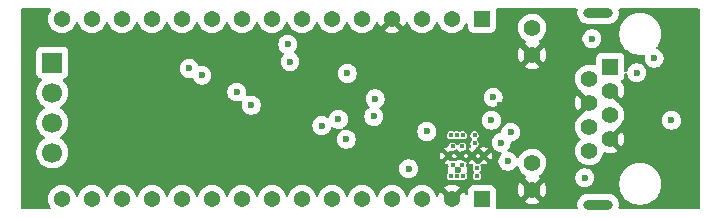
<source format=gbr>
%TF.GenerationSoftware,KiCad,Pcbnew,9.0.1*%
%TF.CreationDate,2025-09-14T13:33:30-04:00*%
%TF.ProjectId,can-nano-shield-fieldbus,63616e2d-6e61-46e6-9f2d-736869656c64,rev?*%
%TF.SameCoordinates,Original*%
%TF.FileFunction,Copper,L2,Inr*%
%TF.FilePolarity,Positive*%
%FSLAX46Y46*%
G04 Gerber Fmt 4.6, Leading zero omitted, Abs format (unit mm)*
G04 Created by KiCad (PCBNEW 9.0.1) date 2025-09-14 13:33:30*
%MOMM*%
%LPD*%
G01*
G04 APERTURE LIST*
%TA.AperFunction,ComponentPad*%
%ADD10R,1.400000X1.400000*%
%TD*%
%TA.AperFunction,ComponentPad*%
%ADD11C,1.400000*%
%TD*%
%TA.AperFunction,ComponentPad*%
%ADD12O,2.500000X0.800000*%
%TD*%
%TA.AperFunction,ComponentPad*%
%ADD13R,1.370000X1.370000*%
%TD*%
%TA.AperFunction,ComponentPad*%
%ADD14C,1.370000*%
%TD*%
%TA.AperFunction,ComponentPad*%
%ADD15C,0.400000*%
%TD*%
%TA.AperFunction,ComponentPad*%
%ADD16R,1.700000X1.700000*%
%TD*%
%TA.AperFunction,ComponentPad*%
%ADD17C,1.700000*%
%TD*%
%TA.AperFunction,ViaPad*%
%ADD18C,0.600000*%
%TD*%
G04 APERTURE END LIST*
D10*
%TO.N,/CAN_H*%
%TO.C,J4*%
X162260000Y-88730000D03*
D11*
%TO.N,/CAN_L*%
X160480000Y-89750000D03*
%TO.N,GND*%
X162260000Y-90770000D03*
X160480000Y-91790000D03*
%TO.N,/CAN_ESTOP*%
X162260000Y-92810000D03*
%TO.N,/CAN_SHLD*%
X160480000Y-93830000D03*
%TO.N,GND*%
X162260000Y-94850000D03*
%TO.N,/CAN_V+*%
X160480000Y-95870000D03*
%TO.N,GND*%
X155660000Y-99160000D03*
%TO.N,/LED_PWR*%
X155660000Y-96870000D03*
%TO.N,GND*%
X155660000Y-87730000D03*
%TO.N,/LED_TX*%
X155660000Y-85440000D03*
D12*
%TO.N,N/C*%
X161240000Y-84200000D03*
X161240000Y-100400000D03*
%TD*%
D13*
%TO.N,unconnected-(J2-Pad01)*%
%TO.C,J2*%
X151400000Y-99930000D03*
D14*
%TO.N,GND*%
X148860000Y-99930000D03*
%TO.N,/RST2*%
X146320000Y-99930000D03*
%TO.N,+5V*%
X143780000Y-99930000D03*
%TO.N,/A7*%
X141240000Y-99930000D03*
%TO.N,/A6*%
X138700000Y-99930000D03*
%TO.N,/A5*%
X136160000Y-99930000D03*
%TO.N,/A4*%
X133620000Y-99930000D03*
%TO.N,/A3*%
X131080000Y-99930000D03*
%TO.N,/A2*%
X128540000Y-99930000D03*
%TO.N,/A1*%
X126000000Y-99930000D03*
%TO.N,/A0*%
X123460000Y-99930000D03*
%TO.N,/AREF*%
X120920000Y-99930000D03*
%TO.N,+3V3*%
X118380000Y-99930000D03*
%TO.N,/SCK*%
X115840000Y-99930000D03*
%TD*%
D13*
%TO.N,/D1*%
%TO.C,J1*%
X151405000Y-84700000D03*
D14*
%TO.N,/D0*%
X148865000Y-84700000D03*
%TO.N,/RST1*%
X146325000Y-84700000D03*
%TO.N,GND*%
X143785000Y-84700000D03*
%TO.N,/ESTOP*%
X141245000Y-84700000D03*
%TO.N,/CAN_INT_DEFAULT*%
X138705000Y-84700000D03*
%TO.N,/CAN_CS_DEFAULT*%
X136165000Y-84700000D03*
%TO.N,/D5*%
X133625000Y-84700000D03*
%TO.N,/D6*%
X131085000Y-84700000D03*
%TO.N,/D7*%
X128545000Y-84700000D03*
%TO.N,/D8*%
X126005000Y-84700000D03*
%TO.N,/D9*%
X123465000Y-84700000D03*
%TO.N,/D10*%
X120925000Y-84700000D03*
%TO.N,/MOSI*%
X118385000Y-84700000D03*
%TO.N,/MISO*%
X115845000Y-84700000D03*
%TD*%
D15*
%TO.N,/CAN_V+*%
%TO.C,U3*%
X150980000Y-97989000D03*
X150980000Y-97310000D03*
%TO.N,VCC*%
X149780000Y-97990000D03*
X149280000Y-97990000D03*
X148780000Y-97990000D03*
X149740000Y-97040000D03*
X148920000Y-97040000D03*
%TO.N,Net-(U3-SW-Pad5)*%
X149780000Y-94530000D03*
X149280000Y-94530000D03*
X148780000Y-94530000D03*
X149740000Y-95480000D03*
X148920000Y-95480000D03*
X150780000Y-95209000D03*
X150780000Y-94530000D03*
%TO.N,GND*%
X151560000Y-96260000D03*
X150560000Y-96260000D03*
X149560000Y-96260000D03*
X148560000Y-96260000D03*
%TD*%
D16*
%TO.N,/~{CAN_INT}*%
%TO.C,J3*%
X115025000Y-88375000D03*
D17*
%TO.N,/CAN_CS*%
X115025000Y-90915000D03*
%TO.N,/CAN_RESET*%
X115025000Y-93455000D03*
%TO.N,/SILENT*%
X115025000Y-95995000D03*
%TD*%
D18*
%TO.N,GND*%
X131375000Y-95100000D03*
X135725000Y-95175000D03*
X143919347Y-87045000D03*
X152931303Y-91943052D03*
X148420000Y-89278700D03*
X119590000Y-92430000D03*
X150825000Y-90478700D03*
X162290000Y-86230000D03*
X156392831Y-95392831D03*
X134125000Y-93575000D03*
X116780000Y-91820000D03*
X164370000Y-92030000D03*
%TO.N,/CAN_H*%
X152210000Y-93260000D03*
%TO.N,/CAN_L*%
X152350000Y-91330000D03*
%TO.N,/SILENT*%
X139925000Y-94875000D03*
%TO.N,/CAN_CS*%
X130650000Y-90875000D03*
%TO.N,/~{CAN_INT}*%
X140000000Y-89300000D03*
X126610000Y-88875000D03*
X135150000Y-88300000D03*
%TO.N,/CAN_RESET*%
X131862500Y-91987500D03*
%TO.N,/SCK*%
X127700000Y-89450000D03*
%TO.N,/CAN_TX*%
X137837500Y-93712500D03*
X164501000Y-89230000D03*
%TO.N,/CAN_H_IN*%
X142245000Y-92945000D03*
%TO.N,/CAN_L_IN*%
X142362500Y-91437500D03*
%TO.N,Net-(Q1-S)*%
X160710000Y-86360000D03*
X165980000Y-88020000D03*
%TO.N,VCC*%
X167448870Y-93277355D03*
X134950000Y-86850000D03*
X160100000Y-98125000D03*
X139250000Y-93175000D03*
X145190000Y-97365000D03*
X149335000Y-97460000D03*
%TO.N,Net-(U3-FB)*%
X153037500Y-95152500D03*
X146730000Y-94215000D03*
%TO.N,Net-(U3-RT)*%
X153850000Y-94262500D03*
X153600000Y-96740000D03*
%TD*%
%TA.AperFunction,Conductor*%
%TO.N,GND*%
G36*
X114856841Y-83820185D02*
G01*
X114902596Y-83872989D01*
X114912540Y-83942147D01*
X114890120Y-83997386D01*
X114831069Y-84078661D01*
X114746354Y-84244925D01*
X114746352Y-84244928D01*
X114688691Y-84422390D01*
X114688691Y-84422393D01*
X114659500Y-84606699D01*
X114659500Y-84793300D01*
X114688691Y-84977606D01*
X114688691Y-84977609D01*
X114746352Y-85155071D01*
X114746354Y-85155074D01*
X114831069Y-85321338D01*
X114940751Y-85472302D01*
X115072698Y-85604249D01*
X115223662Y-85713931D01*
X115389926Y-85798646D01*
X115389928Y-85798647D01*
X115567391Y-85856308D01*
X115567392Y-85856308D01*
X115567395Y-85856309D01*
X115751699Y-85885500D01*
X115751700Y-85885500D01*
X115938300Y-85885500D01*
X115938301Y-85885500D01*
X116122605Y-85856309D01*
X116122608Y-85856308D01*
X116122609Y-85856308D01*
X116300071Y-85798647D01*
X116300071Y-85798646D01*
X116300074Y-85798646D01*
X116466338Y-85713931D01*
X116617302Y-85604249D01*
X116749249Y-85472302D01*
X116858931Y-85321338D01*
X116943646Y-85155074D01*
X116961378Y-85100500D01*
X116997069Y-84990656D01*
X117036506Y-84932980D01*
X117100865Y-84905782D01*
X117169711Y-84917697D01*
X117221187Y-84964941D01*
X117232931Y-84990656D01*
X117286352Y-85155071D01*
X117286354Y-85155074D01*
X117371069Y-85321338D01*
X117480751Y-85472302D01*
X117612698Y-85604249D01*
X117763662Y-85713931D01*
X117929926Y-85798646D01*
X117929928Y-85798647D01*
X118107391Y-85856308D01*
X118107392Y-85856308D01*
X118107395Y-85856309D01*
X118291699Y-85885500D01*
X118291700Y-85885500D01*
X118478300Y-85885500D01*
X118478301Y-85885500D01*
X118662605Y-85856309D01*
X118662608Y-85856308D01*
X118662609Y-85856308D01*
X118840071Y-85798647D01*
X118840071Y-85798646D01*
X118840074Y-85798646D01*
X119006338Y-85713931D01*
X119157302Y-85604249D01*
X119289249Y-85472302D01*
X119398931Y-85321338D01*
X119483646Y-85155074D01*
X119501378Y-85100500D01*
X119537069Y-84990656D01*
X119576506Y-84932980D01*
X119640865Y-84905782D01*
X119709711Y-84917697D01*
X119761187Y-84964941D01*
X119772931Y-84990656D01*
X119826352Y-85155071D01*
X119826354Y-85155074D01*
X119911069Y-85321338D01*
X120020751Y-85472302D01*
X120152698Y-85604249D01*
X120303662Y-85713931D01*
X120469926Y-85798646D01*
X120469928Y-85798647D01*
X120647391Y-85856308D01*
X120647392Y-85856308D01*
X120647395Y-85856309D01*
X120831699Y-85885500D01*
X120831700Y-85885500D01*
X121018300Y-85885500D01*
X121018301Y-85885500D01*
X121202605Y-85856309D01*
X121202608Y-85856308D01*
X121202609Y-85856308D01*
X121380071Y-85798647D01*
X121380071Y-85798646D01*
X121380074Y-85798646D01*
X121546338Y-85713931D01*
X121697302Y-85604249D01*
X121829249Y-85472302D01*
X121938931Y-85321338D01*
X122023646Y-85155074D01*
X122041378Y-85100500D01*
X122077069Y-84990656D01*
X122116506Y-84932980D01*
X122180865Y-84905782D01*
X122249711Y-84917697D01*
X122301187Y-84964941D01*
X122312931Y-84990656D01*
X122366352Y-85155071D01*
X122366354Y-85155074D01*
X122451069Y-85321338D01*
X122560751Y-85472302D01*
X122692698Y-85604249D01*
X122843662Y-85713931D01*
X123009926Y-85798646D01*
X123009928Y-85798647D01*
X123187391Y-85856308D01*
X123187392Y-85856308D01*
X123187395Y-85856309D01*
X123371699Y-85885500D01*
X123371700Y-85885500D01*
X123558300Y-85885500D01*
X123558301Y-85885500D01*
X123742605Y-85856309D01*
X123742608Y-85856308D01*
X123742609Y-85856308D01*
X123920071Y-85798647D01*
X123920071Y-85798646D01*
X123920074Y-85798646D01*
X124086338Y-85713931D01*
X124237302Y-85604249D01*
X124369249Y-85472302D01*
X124478931Y-85321338D01*
X124563646Y-85155074D01*
X124581378Y-85100500D01*
X124617069Y-84990656D01*
X124656506Y-84932980D01*
X124720865Y-84905782D01*
X124789711Y-84917697D01*
X124841187Y-84964941D01*
X124852931Y-84990656D01*
X124906352Y-85155071D01*
X124906354Y-85155074D01*
X124991069Y-85321338D01*
X125100751Y-85472302D01*
X125232698Y-85604249D01*
X125383662Y-85713931D01*
X125549926Y-85798646D01*
X125549928Y-85798647D01*
X125727391Y-85856308D01*
X125727392Y-85856308D01*
X125727395Y-85856309D01*
X125911699Y-85885500D01*
X125911700Y-85885500D01*
X126098300Y-85885500D01*
X126098301Y-85885500D01*
X126282605Y-85856309D01*
X126282608Y-85856308D01*
X126282609Y-85856308D01*
X126460071Y-85798647D01*
X126460071Y-85798646D01*
X126460074Y-85798646D01*
X126626338Y-85713931D01*
X126777302Y-85604249D01*
X126909249Y-85472302D01*
X127018931Y-85321338D01*
X127103646Y-85155074D01*
X127121378Y-85100500D01*
X127157069Y-84990656D01*
X127196506Y-84932980D01*
X127260865Y-84905782D01*
X127329711Y-84917697D01*
X127381187Y-84964941D01*
X127392931Y-84990656D01*
X127446352Y-85155071D01*
X127446354Y-85155074D01*
X127531069Y-85321338D01*
X127640751Y-85472302D01*
X127772698Y-85604249D01*
X127923662Y-85713931D01*
X128089926Y-85798646D01*
X128089928Y-85798647D01*
X128267391Y-85856308D01*
X128267392Y-85856308D01*
X128267395Y-85856309D01*
X128451699Y-85885500D01*
X128451700Y-85885500D01*
X128638300Y-85885500D01*
X128638301Y-85885500D01*
X128822605Y-85856309D01*
X128822608Y-85856308D01*
X128822609Y-85856308D01*
X129000071Y-85798647D01*
X129000071Y-85798646D01*
X129000074Y-85798646D01*
X129166338Y-85713931D01*
X129317302Y-85604249D01*
X129449249Y-85472302D01*
X129558931Y-85321338D01*
X129643646Y-85155074D01*
X129661378Y-85100500D01*
X129697069Y-84990656D01*
X129736506Y-84932980D01*
X129800865Y-84905782D01*
X129869711Y-84917697D01*
X129921187Y-84964941D01*
X129932931Y-84990656D01*
X129986352Y-85155071D01*
X129986354Y-85155074D01*
X130071069Y-85321338D01*
X130180751Y-85472302D01*
X130312698Y-85604249D01*
X130463662Y-85713931D01*
X130629926Y-85798646D01*
X130629928Y-85798647D01*
X130807391Y-85856308D01*
X130807392Y-85856308D01*
X130807395Y-85856309D01*
X130991699Y-85885500D01*
X130991700Y-85885500D01*
X131178300Y-85885500D01*
X131178301Y-85885500D01*
X131362605Y-85856309D01*
X131362608Y-85856308D01*
X131362609Y-85856308D01*
X131540071Y-85798647D01*
X131540071Y-85798646D01*
X131540074Y-85798646D01*
X131706338Y-85713931D01*
X131857302Y-85604249D01*
X131989249Y-85472302D01*
X132098931Y-85321338D01*
X132183646Y-85155074D01*
X132201378Y-85100500D01*
X132237069Y-84990656D01*
X132276506Y-84932980D01*
X132340865Y-84905782D01*
X132409711Y-84917697D01*
X132461187Y-84964941D01*
X132472931Y-84990656D01*
X132526352Y-85155071D01*
X132526354Y-85155074D01*
X132611069Y-85321338D01*
X132720751Y-85472302D01*
X132852698Y-85604249D01*
X133003662Y-85713931D01*
X133169926Y-85798646D01*
X133169928Y-85798647D01*
X133347391Y-85856308D01*
X133347392Y-85856308D01*
X133347395Y-85856309D01*
X133531699Y-85885500D01*
X133531700Y-85885500D01*
X133718300Y-85885500D01*
X133718301Y-85885500D01*
X133902605Y-85856309D01*
X133902608Y-85856308D01*
X133902609Y-85856308D01*
X134080071Y-85798647D01*
X134080071Y-85798646D01*
X134080074Y-85798646D01*
X134246338Y-85713931D01*
X134397302Y-85604249D01*
X134529249Y-85472302D01*
X134638931Y-85321338D01*
X134723646Y-85155074D01*
X134741378Y-85100500D01*
X134777069Y-84990656D01*
X134816506Y-84932980D01*
X134880865Y-84905782D01*
X134949711Y-84917697D01*
X135001187Y-84964941D01*
X135012931Y-84990656D01*
X135066352Y-85155071D01*
X135066354Y-85155074D01*
X135151069Y-85321338D01*
X135260751Y-85472302D01*
X135392698Y-85604249D01*
X135543662Y-85713931D01*
X135709926Y-85798646D01*
X135709928Y-85798647D01*
X135887391Y-85856308D01*
X135887392Y-85856308D01*
X135887395Y-85856309D01*
X136071699Y-85885500D01*
X136071700Y-85885500D01*
X136258300Y-85885500D01*
X136258301Y-85885500D01*
X136442605Y-85856309D01*
X136442608Y-85856308D01*
X136442609Y-85856308D01*
X136620071Y-85798647D01*
X136620071Y-85798646D01*
X136620074Y-85798646D01*
X136786338Y-85713931D01*
X136937302Y-85604249D01*
X137069249Y-85472302D01*
X137178931Y-85321338D01*
X137263646Y-85155074D01*
X137281378Y-85100500D01*
X137317069Y-84990656D01*
X137356506Y-84932980D01*
X137420865Y-84905782D01*
X137489711Y-84917697D01*
X137541187Y-84964941D01*
X137552931Y-84990656D01*
X137606352Y-85155071D01*
X137606354Y-85155074D01*
X137691069Y-85321338D01*
X137800751Y-85472302D01*
X137932698Y-85604249D01*
X138083662Y-85713931D01*
X138249926Y-85798646D01*
X138249928Y-85798647D01*
X138427391Y-85856308D01*
X138427392Y-85856308D01*
X138427395Y-85856309D01*
X138611699Y-85885500D01*
X138611700Y-85885500D01*
X138798300Y-85885500D01*
X138798301Y-85885500D01*
X138982605Y-85856309D01*
X138982608Y-85856308D01*
X138982609Y-85856308D01*
X139160071Y-85798647D01*
X139160071Y-85798646D01*
X139160074Y-85798646D01*
X139326338Y-85713931D01*
X139477302Y-85604249D01*
X139609249Y-85472302D01*
X139718931Y-85321338D01*
X139803646Y-85155074D01*
X139821378Y-85100500D01*
X139857069Y-84990656D01*
X139896506Y-84932980D01*
X139960865Y-84905782D01*
X140029711Y-84917697D01*
X140081187Y-84964941D01*
X140092931Y-84990656D01*
X140146352Y-85155071D01*
X140146354Y-85155074D01*
X140231069Y-85321338D01*
X140340751Y-85472302D01*
X140472698Y-85604249D01*
X140623662Y-85713931D01*
X140789926Y-85798646D01*
X140789928Y-85798647D01*
X140967391Y-85856308D01*
X140967392Y-85856308D01*
X140967395Y-85856309D01*
X141151699Y-85885500D01*
X141151700Y-85885500D01*
X141338300Y-85885500D01*
X141338301Y-85885500D01*
X141522605Y-85856309D01*
X141522608Y-85856308D01*
X141522609Y-85856308D01*
X141700071Y-85798647D01*
X141700071Y-85798646D01*
X141700074Y-85798646D01*
X141866338Y-85713931D01*
X142017302Y-85604249D01*
X142149249Y-85472302D01*
X142258931Y-85321338D01*
X142343646Y-85155074D01*
X142397332Y-84989845D01*
X142436769Y-84932170D01*
X142501128Y-84904971D01*
X142569974Y-84916885D01*
X142621450Y-84964129D01*
X142633194Y-84989845D01*
X142686819Y-85154884D01*
X142771498Y-85321077D01*
X142787855Y-85343590D01*
X143293871Y-84837574D01*
X143309755Y-84896853D01*
X143376898Y-85013147D01*
X143471853Y-85108102D01*
X143588147Y-85175245D01*
X143647424Y-85191128D01*
X143141408Y-85697143D01*
X143141408Y-85697144D01*
X143163918Y-85713499D01*
X143330115Y-85798180D01*
X143507515Y-85855821D01*
X143691739Y-85885000D01*
X143878261Y-85885000D01*
X144062484Y-85855821D01*
X144239884Y-85798180D01*
X144406075Y-85713502D01*
X144428590Y-85697143D01*
X144428591Y-85697143D01*
X143922575Y-85191127D01*
X143981853Y-85175245D01*
X144098147Y-85108102D01*
X144193102Y-85013147D01*
X144260245Y-84896853D01*
X144276128Y-84837575D01*
X144782143Y-85343591D01*
X144782143Y-85343590D01*
X144798502Y-85321075D01*
X144883180Y-85154884D01*
X144936805Y-84989845D01*
X144976242Y-84932170D01*
X145040601Y-84904971D01*
X145109447Y-84916885D01*
X145160923Y-84964129D01*
X145172667Y-84989845D01*
X145226352Y-85155071D01*
X145226354Y-85155074D01*
X145311069Y-85321338D01*
X145420751Y-85472302D01*
X145552698Y-85604249D01*
X145703662Y-85713931D01*
X145869926Y-85798646D01*
X145869928Y-85798647D01*
X146047391Y-85856308D01*
X146047392Y-85856308D01*
X146047395Y-85856309D01*
X146231699Y-85885500D01*
X146231700Y-85885500D01*
X146418300Y-85885500D01*
X146418301Y-85885500D01*
X146602605Y-85856309D01*
X146602608Y-85856308D01*
X146602609Y-85856308D01*
X146780071Y-85798647D01*
X146780071Y-85798646D01*
X146780074Y-85798646D01*
X146946338Y-85713931D01*
X147097302Y-85604249D01*
X147229249Y-85472302D01*
X147338931Y-85321338D01*
X147423646Y-85155074D01*
X147441378Y-85100500D01*
X147477069Y-84990656D01*
X147516506Y-84932980D01*
X147580865Y-84905782D01*
X147649711Y-84917697D01*
X147701187Y-84964941D01*
X147712931Y-84990656D01*
X147766352Y-85155071D01*
X147766354Y-85155074D01*
X147851069Y-85321338D01*
X147960751Y-85472302D01*
X148092698Y-85604249D01*
X148243662Y-85713931D01*
X148409926Y-85798646D01*
X148409928Y-85798647D01*
X148587391Y-85856308D01*
X148587392Y-85856308D01*
X148587395Y-85856309D01*
X148771699Y-85885500D01*
X148771700Y-85885500D01*
X148958300Y-85885500D01*
X148958301Y-85885500D01*
X149142605Y-85856309D01*
X149142608Y-85856308D01*
X149142609Y-85856308D01*
X149320071Y-85798647D01*
X149320071Y-85798646D01*
X149320074Y-85798646D01*
X149486338Y-85713931D01*
X149637302Y-85604249D01*
X149769249Y-85472302D01*
X149878931Y-85321338D01*
X149963646Y-85155074D01*
X149977569Y-85112221D01*
X150017005Y-85054548D01*
X150081363Y-85027348D01*
X150150210Y-85039262D01*
X150201686Y-85086505D01*
X150219500Y-85150540D01*
X150219500Y-85432869D01*
X150219501Y-85432876D01*
X150225908Y-85492483D01*
X150276202Y-85627328D01*
X150276206Y-85627335D01*
X150362452Y-85742544D01*
X150362455Y-85742547D01*
X150477664Y-85828793D01*
X150477671Y-85828797D01*
X150612517Y-85879091D01*
X150612516Y-85879091D01*
X150619444Y-85879835D01*
X150672127Y-85885500D01*
X152137872Y-85885499D01*
X152197483Y-85879091D01*
X152332331Y-85828796D01*
X152447546Y-85742546D01*
X152533796Y-85627331D01*
X152584091Y-85492483D01*
X152590500Y-85432873D01*
X152590500Y-85345513D01*
X154459500Y-85345513D01*
X154459500Y-85534486D01*
X154489059Y-85721118D01*
X154547454Y-85900836D01*
X154588209Y-85980821D01*
X154633240Y-86069199D01*
X154744310Y-86222073D01*
X154877927Y-86355690D01*
X155030801Y-86466760D01*
X155046567Y-86474793D01*
X155046569Y-86474794D01*
X155097366Y-86522767D01*
X155114163Y-86590588D01*
X155091627Y-86656723D01*
X155046578Y-86695762D01*
X155031061Y-86703669D01*
X155005670Y-86722116D01*
X155005669Y-86722116D01*
X155571415Y-87287861D01*
X155486306Y-87310667D01*
X155383694Y-87369910D01*
X155299910Y-87453694D01*
X155240667Y-87556306D01*
X155217861Y-87641414D01*
X154652116Y-87075669D01*
X154652116Y-87075670D01*
X154633669Y-87101060D01*
X154547914Y-87269362D01*
X154489548Y-87448997D01*
X154460000Y-87635552D01*
X154460000Y-87824447D01*
X154489548Y-88011002D01*
X154547914Y-88190637D01*
X154633666Y-88358933D01*
X154652116Y-88384328D01*
X155217861Y-87818584D01*
X155240667Y-87903694D01*
X155299910Y-88006306D01*
X155383694Y-88090090D01*
X155486306Y-88149333D01*
X155571415Y-88172138D01*
X155005669Y-88737882D01*
X155005670Y-88737883D01*
X155031059Y-88756329D01*
X155199362Y-88842085D01*
X155378997Y-88900451D01*
X155565553Y-88930000D01*
X155754447Y-88930000D01*
X155941002Y-88900451D01*
X156120637Y-88842085D01*
X156288937Y-88756331D01*
X156314328Y-88737883D01*
X156314328Y-88737882D01*
X155748584Y-88172138D01*
X155833694Y-88149333D01*
X155936306Y-88090090D01*
X156020090Y-88006306D01*
X156079333Y-87903694D01*
X156102138Y-87818584D01*
X156667882Y-88384328D01*
X156667883Y-88384328D01*
X156686331Y-88358937D01*
X156772085Y-88190637D01*
X156830451Y-88011002D01*
X156860000Y-87824447D01*
X156860000Y-87635552D01*
X156830451Y-87448997D01*
X156772085Y-87269362D01*
X156686329Y-87101059D01*
X156667883Y-87075670D01*
X156667882Y-87075669D01*
X156102137Y-87641414D01*
X156079333Y-87556306D01*
X156020090Y-87453694D01*
X155936306Y-87369910D01*
X155833694Y-87310667D01*
X155748584Y-87287861D01*
X156314328Y-86722116D01*
X156288932Y-86703665D01*
X156273425Y-86695764D01*
X156222630Y-86647789D01*
X156205836Y-86579967D01*
X156228375Y-86513833D01*
X156273430Y-86474794D01*
X156289199Y-86466760D01*
X156442073Y-86355690D01*
X156516610Y-86281153D01*
X159909500Y-86281153D01*
X159909500Y-86438846D01*
X159940261Y-86593489D01*
X159940264Y-86593501D01*
X160000602Y-86739172D01*
X160000609Y-86739185D01*
X160088210Y-86870288D01*
X160088213Y-86870292D01*
X160199707Y-86981786D01*
X160199711Y-86981789D01*
X160330814Y-87069390D01*
X160330827Y-87069397D01*
X160460670Y-87123179D01*
X160476503Y-87129737D01*
X160631153Y-87160499D01*
X160631156Y-87160500D01*
X160631158Y-87160500D01*
X160788844Y-87160500D01*
X160788845Y-87160499D01*
X160943497Y-87129737D01*
X161089179Y-87069394D01*
X161220289Y-86981789D01*
X161331789Y-86870289D01*
X161419394Y-86739179D01*
X161479737Y-86593497D01*
X161510500Y-86438842D01*
X161510500Y-86281158D01*
X161510500Y-86281155D01*
X161510499Y-86281153D01*
X161479737Y-86126503D01*
X161479735Y-86126498D01*
X161419397Y-85980827D01*
X161419390Y-85980814D01*
X161364364Y-85898462D01*
X161364363Y-85898461D01*
X161350106Y-85877125D01*
X161331789Y-85849711D01*
X161331788Y-85849710D01*
X161331786Y-85849707D01*
X161315713Y-85833634D01*
X163024500Y-85833634D01*
X163024500Y-86066365D01*
X163024501Y-86066382D01*
X163052776Y-86281158D01*
X163054879Y-86297126D01*
X163100332Y-86466760D01*
X163115120Y-86521947D01*
X163204180Y-86736960D01*
X163204188Y-86736976D01*
X163320553Y-86938524D01*
X163320564Y-86938540D01*
X163462242Y-87123179D01*
X163462248Y-87123186D01*
X163626813Y-87287751D01*
X163626820Y-87287757D01*
X163656677Y-87310667D01*
X163811468Y-87429442D01*
X163811475Y-87429446D01*
X164013023Y-87545811D01*
X164013039Y-87545819D01*
X164228052Y-87634879D01*
X164228054Y-87634879D01*
X164228060Y-87634882D01*
X164452874Y-87695121D01*
X164683628Y-87725500D01*
X164683635Y-87725500D01*
X164916365Y-87725500D01*
X164916372Y-87725500D01*
X165059065Y-87706714D01*
X165128100Y-87717479D01*
X165180356Y-87763859D01*
X165199241Y-87831128D01*
X165196867Y-87853844D01*
X165179500Y-87941153D01*
X165179500Y-88098846D01*
X165210261Y-88253489D01*
X165210264Y-88253501D01*
X165270602Y-88399172D01*
X165270609Y-88399185D01*
X165358210Y-88530288D01*
X165358213Y-88530292D01*
X165469707Y-88641786D01*
X165469711Y-88641789D01*
X165600814Y-88729390D01*
X165600827Y-88729397D01*
X165746440Y-88789711D01*
X165746503Y-88789737D01*
X165901153Y-88820499D01*
X165901156Y-88820500D01*
X165901158Y-88820500D01*
X166058844Y-88820500D01*
X166058845Y-88820499D01*
X166213497Y-88789737D01*
X166359179Y-88729394D01*
X166490289Y-88641789D01*
X166601789Y-88530289D01*
X166689394Y-88399179D01*
X166749737Y-88253497D01*
X166780500Y-88098842D01*
X166780500Y-87941158D01*
X166780500Y-87941155D01*
X166780499Y-87941153D01*
X166763132Y-87853844D01*
X166749737Y-87786503D01*
X166726333Y-87730000D01*
X166689397Y-87640827D01*
X166689390Y-87640814D01*
X166601789Y-87509711D01*
X166601786Y-87509707D01*
X166490292Y-87398213D01*
X166490288Y-87398210D01*
X166359185Y-87310609D01*
X166359176Y-87310604D01*
X166231327Y-87257648D01*
X166176924Y-87213807D01*
X166154859Y-87147513D01*
X166172138Y-87079814D01*
X166180404Y-87067601D01*
X166182040Y-87065468D01*
X166279442Y-86938532D01*
X166395815Y-86736969D01*
X166412883Y-86695764D01*
X166484879Y-86521947D01*
X166484878Y-86521947D01*
X166484882Y-86521940D01*
X166545121Y-86297126D01*
X166575500Y-86066372D01*
X166575500Y-85833628D01*
X166545121Y-85602874D01*
X166484882Y-85378060D01*
X166484879Y-85378052D01*
X166395819Y-85163039D01*
X166395811Y-85163023D01*
X166279446Y-84961475D01*
X166279442Y-84961468D01*
X166150403Y-84793301D01*
X166137757Y-84776820D01*
X166137751Y-84776813D01*
X165973186Y-84612248D01*
X165973179Y-84612242D01*
X165788540Y-84470564D01*
X165788538Y-84470562D01*
X165788532Y-84470558D01*
X165788527Y-84470555D01*
X165788524Y-84470553D01*
X165586976Y-84354188D01*
X165586960Y-84354180D01*
X165371947Y-84265120D01*
X165297280Y-84245113D01*
X165147126Y-84204879D01*
X165147125Y-84204878D01*
X165147122Y-84204878D01*
X164916382Y-84174501D01*
X164916377Y-84174500D01*
X164916372Y-84174500D01*
X164683628Y-84174500D01*
X164683622Y-84174500D01*
X164683617Y-84174501D01*
X164452877Y-84204878D01*
X164228052Y-84265120D01*
X164013039Y-84354180D01*
X164013023Y-84354188D01*
X163811475Y-84470553D01*
X163811459Y-84470564D01*
X163626820Y-84612242D01*
X163626813Y-84612248D01*
X163462248Y-84776813D01*
X163462242Y-84776820D01*
X163320564Y-84961459D01*
X163320553Y-84961475D01*
X163204188Y-85163023D01*
X163204180Y-85163039D01*
X163115120Y-85378052D01*
X163054878Y-85602877D01*
X163024501Y-85833617D01*
X163024500Y-85833634D01*
X161315713Y-85833634D01*
X161220292Y-85738213D01*
X161220288Y-85738210D01*
X161089185Y-85650609D01*
X161089172Y-85650602D01*
X160943501Y-85590264D01*
X160943489Y-85590261D01*
X160788845Y-85559500D01*
X160788842Y-85559500D01*
X160631158Y-85559500D01*
X160631155Y-85559500D01*
X160476510Y-85590261D01*
X160476498Y-85590264D01*
X160330827Y-85650602D01*
X160330814Y-85650609D01*
X160199711Y-85738210D01*
X160199707Y-85738213D01*
X160088213Y-85849707D01*
X160088210Y-85849711D01*
X160000609Y-85980814D01*
X160000602Y-85980827D01*
X159940264Y-86126498D01*
X159940261Y-86126510D01*
X159909500Y-86281153D01*
X156516610Y-86281153D01*
X156575690Y-86222073D01*
X156686760Y-86069199D01*
X156772547Y-85900832D01*
X156830940Y-85721118D01*
X156834737Y-85697143D01*
X156860500Y-85534486D01*
X156860500Y-85345513D01*
X156830940Y-85158881D01*
X156788202Y-85027348D01*
X156772547Y-84979168D01*
X156772545Y-84979165D01*
X156772545Y-84979163D01*
X156686759Y-84810800D01*
X156674045Y-84793301D01*
X156575690Y-84657927D01*
X156442073Y-84524310D01*
X156289199Y-84413240D01*
X156281551Y-84409343D01*
X156120836Y-84327454D01*
X155941118Y-84269059D01*
X155754486Y-84239500D01*
X155754481Y-84239500D01*
X155565519Y-84239500D01*
X155565514Y-84239500D01*
X155378881Y-84269059D01*
X155199163Y-84327454D01*
X155030800Y-84413240D01*
X154962783Y-84462658D01*
X154877927Y-84524310D01*
X154877925Y-84524312D01*
X154877924Y-84524312D01*
X154744312Y-84657924D01*
X154744312Y-84657925D01*
X154744310Y-84657927D01*
X154713743Y-84699999D01*
X154633240Y-84810800D01*
X154547454Y-84979163D01*
X154489059Y-85158881D01*
X154459500Y-85345513D01*
X152590500Y-85345513D01*
X152590499Y-84699999D01*
X152590499Y-83967129D01*
X152590499Y-83967128D01*
X152587341Y-83937753D01*
X152599747Y-83868995D01*
X152647358Y-83817858D01*
X152710631Y-83800500D01*
X159400229Y-83800500D01*
X159467268Y-83820185D01*
X159513023Y-83872989D01*
X159522967Y-83942147D01*
X159521846Y-83948691D01*
X159489500Y-84111304D01*
X159489500Y-84288695D01*
X159524103Y-84462658D01*
X159524106Y-84462667D01*
X159591983Y-84626540D01*
X159591990Y-84626553D01*
X159690535Y-84774034D01*
X159690538Y-84774038D01*
X159815961Y-84899461D01*
X159815965Y-84899464D01*
X159963446Y-84998009D01*
X159963459Y-84998016D01*
X160063038Y-85039262D01*
X160127334Y-85065894D01*
X160127336Y-85065894D01*
X160127341Y-85065896D01*
X160301304Y-85100499D01*
X160301307Y-85100500D01*
X160301309Y-85100500D01*
X162178693Y-85100500D01*
X162178694Y-85100499D01*
X162249048Y-85086505D01*
X162352658Y-85065896D01*
X162352661Y-85065894D01*
X162352666Y-85065894D01*
X162516547Y-84998013D01*
X162664035Y-84899464D01*
X162789464Y-84774035D01*
X162888013Y-84626547D01*
X162894493Y-84610904D01*
X162908362Y-84577419D01*
X162955894Y-84462666D01*
X162961225Y-84435869D01*
X162979663Y-84343171D01*
X162990500Y-84288691D01*
X162990500Y-84111309D01*
X162990500Y-84111306D01*
X162990499Y-84111304D01*
X162958154Y-83948691D01*
X162964381Y-83879100D01*
X163007244Y-83823922D01*
X163073134Y-83800678D01*
X163079771Y-83800500D01*
X169725500Y-83800500D01*
X169792539Y-83820185D01*
X169838294Y-83872989D01*
X169849500Y-83924500D01*
X169849500Y-100675500D01*
X169829815Y-100742539D01*
X169777011Y-100788294D01*
X169725500Y-100799500D01*
X163079771Y-100799500D01*
X163012732Y-100779815D01*
X162966977Y-100727011D01*
X162957033Y-100657853D01*
X162958154Y-100651309D01*
X162990499Y-100488695D01*
X162990500Y-100488693D01*
X162990500Y-100311306D01*
X162990499Y-100311304D01*
X162955896Y-100137341D01*
X162955893Y-100137332D01*
X162888016Y-99973459D01*
X162888009Y-99973446D01*
X162789464Y-99825965D01*
X162789461Y-99825961D01*
X162664038Y-99700538D01*
X162664034Y-99700535D01*
X162516553Y-99601990D01*
X162516540Y-99601983D01*
X162352667Y-99534106D01*
X162352658Y-99534103D01*
X162178694Y-99499500D01*
X162178691Y-99499500D01*
X160301309Y-99499500D01*
X160301306Y-99499500D01*
X160127341Y-99534103D01*
X160127332Y-99534106D01*
X159963459Y-99601983D01*
X159963446Y-99601990D01*
X159815965Y-99700535D01*
X159815961Y-99700538D01*
X159690538Y-99825961D01*
X159690535Y-99825965D01*
X159591990Y-99973446D01*
X159591983Y-99973459D01*
X159524106Y-100137332D01*
X159524103Y-100137341D01*
X159489500Y-100311304D01*
X159489500Y-100488695D01*
X159521846Y-100651309D01*
X159515619Y-100720900D01*
X159472756Y-100776078D01*
X159406866Y-100799322D01*
X159400229Y-100799500D01*
X152708857Y-100799500D01*
X152641818Y-100779815D01*
X152596063Y-100727011D01*
X152586209Y-100666228D01*
X152585564Y-100666194D01*
X152585500Y-100666194D01*
X152585500Y-100666190D01*
X152585322Y-100666181D01*
X152585500Y-100662864D01*
X152585500Y-100120623D01*
X152585499Y-99197129D01*
X152585498Y-99197123D01*
X152585497Y-99197116D01*
X152579091Y-99137517D01*
X152528796Y-99002669D01*
X152528795Y-99002668D01*
X152528793Y-99002664D01*
X152442547Y-98887455D01*
X152442544Y-98887452D01*
X152327335Y-98801206D01*
X152327328Y-98801202D01*
X152192482Y-98750908D01*
X152192483Y-98750908D01*
X152132883Y-98744501D01*
X152132881Y-98744500D01*
X152132873Y-98744500D01*
X152132864Y-98744500D01*
X150667129Y-98744500D01*
X150667123Y-98744501D01*
X150607516Y-98750908D01*
X150472671Y-98801202D01*
X150472664Y-98801206D01*
X150357455Y-98887452D01*
X150357452Y-98887455D01*
X150271206Y-99002664D01*
X150271202Y-99002671D01*
X150220908Y-99137517D01*
X150214501Y-99197116D01*
X150214501Y-99197123D01*
X150214500Y-99197135D01*
X150214500Y-99481080D01*
X150194815Y-99548119D01*
X150142011Y-99593874D01*
X150072853Y-99603818D01*
X150009297Y-99574793D01*
X149972569Y-99519398D01*
X149958180Y-99475115D01*
X149873499Y-99308918D01*
X149857144Y-99286408D01*
X149857143Y-99286408D01*
X149351127Y-99792423D01*
X149335245Y-99733147D01*
X149268102Y-99616853D01*
X149173147Y-99521898D01*
X149056853Y-99454755D01*
X148997574Y-99438871D01*
X149503590Y-98932855D01*
X149503590Y-98932854D01*
X149481077Y-98916498D01*
X149314884Y-98831819D01*
X149137484Y-98774178D01*
X148953261Y-98745000D01*
X148766739Y-98745000D01*
X148582515Y-98774178D01*
X148405115Y-98831819D01*
X148238927Y-98916495D01*
X148238923Y-98916498D01*
X148216408Y-98932854D01*
X148216408Y-98932856D01*
X148722425Y-99438871D01*
X148663147Y-99454755D01*
X148546853Y-99521898D01*
X148451898Y-99616853D01*
X148384755Y-99733147D01*
X148368871Y-99792424D01*
X147862855Y-99286408D01*
X147862854Y-99286408D01*
X147846498Y-99308923D01*
X147846495Y-99308927D01*
X147761819Y-99475113D01*
X147708194Y-99640155D01*
X147668756Y-99697830D01*
X147604397Y-99725028D01*
X147535551Y-99713113D01*
X147484075Y-99665869D01*
X147472332Y-99640154D01*
X147418647Y-99474928D01*
X147418645Y-99474925D01*
X147399310Y-99436976D01*
X147333931Y-99308662D01*
X147224249Y-99157698D01*
X147092302Y-99025751D01*
X146941338Y-98916069D01*
X146775074Y-98831354D01*
X146775071Y-98831352D01*
X146597608Y-98773691D01*
X146453759Y-98750908D01*
X146413301Y-98744500D01*
X146226699Y-98744500D01*
X146165264Y-98754230D01*
X146042393Y-98773691D01*
X146042390Y-98773691D01*
X145864928Y-98831352D01*
X145864925Y-98831354D01*
X145698661Y-98916069D01*
X145612531Y-98978646D01*
X145547698Y-99025751D01*
X145547696Y-99025753D01*
X145547695Y-99025753D01*
X145415753Y-99157695D01*
X145415753Y-99157696D01*
X145415751Y-99157698D01*
X145387103Y-99197129D01*
X145306069Y-99308661D01*
X145221354Y-99474925D01*
X145221352Y-99474928D01*
X145167931Y-99639343D01*
X145128493Y-99697019D01*
X145064135Y-99724217D01*
X144995288Y-99712302D01*
X144943813Y-99665058D01*
X144932069Y-99639343D01*
X144878647Y-99474928D01*
X144878645Y-99474925D01*
X144859310Y-99436976D01*
X144793931Y-99308662D01*
X144684249Y-99157698D01*
X144552302Y-99025751D01*
X144401338Y-98916069D01*
X144235074Y-98831354D01*
X144235071Y-98831352D01*
X144057608Y-98773691D01*
X143913759Y-98750908D01*
X143873301Y-98744500D01*
X143686699Y-98744500D01*
X143625264Y-98754230D01*
X143502393Y-98773691D01*
X143502390Y-98773691D01*
X143324928Y-98831352D01*
X143324925Y-98831354D01*
X143158661Y-98916069D01*
X143072531Y-98978646D01*
X143007698Y-99025751D01*
X143007696Y-99025753D01*
X143007695Y-99025753D01*
X142875753Y-99157695D01*
X142875753Y-99157696D01*
X142875751Y-99157698D01*
X142847103Y-99197129D01*
X142766069Y-99308661D01*
X142681354Y-99474925D01*
X142681352Y-99474928D01*
X142627931Y-99639343D01*
X142588493Y-99697019D01*
X142524135Y-99724217D01*
X142455288Y-99712302D01*
X142403813Y-99665058D01*
X142392069Y-99639343D01*
X142338647Y-99474928D01*
X142338645Y-99474925D01*
X142319310Y-99436976D01*
X142253931Y-99308662D01*
X142144249Y-99157698D01*
X142012302Y-99025751D01*
X141861338Y-98916069D01*
X141695074Y-98831354D01*
X141695071Y-98831352D01*
X141517608Y-98773691D01*
X141373759Y-98750908D01*
X141333301Y-98744500D01*
X141146699Y-98744500D01*
X141085264Y-98754230D01*
X140962393Y-98773691D01*
X140962390Y-98773691D01*
X140784928Y-98831352D01*
X140784925Y-98831354D01*
X140618661Y-98916069D01*
X140532531Y-98978646D01*
X140467698Y-99025751D01*
X140467696Y-99025753D01*
X140467695Y-99025753D01*
X140335753Y-99157695D01*
X140335753Y-99157696D01*
X140335751Y-99157698D01*
X140307103Y-99197129D01*
X140226069Y-99308661D01*
X140141354Y-99474925D01*
X140141352Y-99474928D01*
X140087931Y-99639343D01*
X140048493Y-99697019D01*
X139984135Y-99724217D01*
X139915288Y-99712302D01*
X139863813Y-99665058D01*
X139852069Y-99639343D01*
X139798647Y-99474928D01*
X139798645Y-99474925D01*
X139779310Y-99436976D01*
X139713931Y-99308662D01*
X139604249Y-99157698D01*
X139472302Y-99025751D01*
X139321338Y-98916069D01*
X139155074Y-98831354D01*
X139155071Y-98831352D01*
X138977608Y-98773691D01*
X138833759Y-98750908D01*
X138793301Y-98744500D01*
X138606699Y-98744500D01*
X138545264Y-98754230D01*
X138422393Y-98773691D01*
X138422390Y-98773691D01*
X138244928Y-98831352D01*
X138244925Y-98831354D01*
X138078661Y-98916069D01*
X137992531Y-98978646D01*
X137927698Y-99025751D01*
X137927696Y-99025753D01*
X137927695Y-99025753D01*
X137795753Y-99157695D01*
X137795753Y-99157696D01*
X137795751Y-99157698D01*
X137767103Y-99197129D01*
X137686069Y-99308661D01*
X137601354Y-99474925D01*
X137601352Y-99474928D01*
X137547931Y-99639343D01*
X137508493Y-99697019D01*
X137444135Y-99724217D01*
X137375288Y-99712302D01*
X137323813Y-99665058D01*
X137312069Y-99639343D01*
X137258647Y-99474928D01*
X137258645Y-99474925D01*
X137239310Y-99436976D01*
X137173931Y-99308662D01*
X137064249Y-99157698D01*
X136932302Y-99025751D01*
X136781338Y-98916069D01*
X136615074Y-98831354D01*
X136615071Y-98831352D01*
X136437608Y-98773691D01*
X136293759Y-98750908D01*
X136253301Y-98744500D01*
X136066699Y-98744500D01*
X136005264Y-98754230D01*
X135882393Y-98773691D01*
X135882390Y-98773691D01*
X135704928Y-98831352D01*
X135704925Y-98831354D01*
X135538661Y-98916069D01*
X135452531Y-98978646D01*
X135387698Y-99025751D01*
X135387696Y-99025753D01*
X135387695Y-99025753D01*
X135255753Y-99157695D01*
X135255753Y-99157696D01*
X135255751Y-99157698D01*
X135227103Y-99197129D01*
X135146069Y-99308661D01*
X135061354Y-99474925D01*
X135061352Y-99474928D01*
X135007931Y-99639343D01*
X134968493Y-99697019D01*
X134904135Y-99724217D01*
X134835288Y-99712302D01*
X134783813Y-99665058D01*
X134772069Y-99639343D01*
X134718647Y-99474928D01*
X134718645Y-99474925D01*
X134699310Y-99436976D01*
X134633931Y-99308662D01*
X134524249Y-99157698D01*
X134392302Y-99025751D01*
X134241338Y-98916069D01*
X134075074Y-98831354D01*
X134075071Y-98831352D01*
X133897608Y-98773691D01*
X133753759Y-98750908D01*
X133713301Y-98744500D01*
X133526699Y-98744500D01*
X133465264Y-98754230D01*
X133342393Y-98773691D01*
X133342390Y-98773691D01*
X133164928Y-98831352D01*
X133164925Y-98831354D01*
X132998661Y-98916069D01*
X132912531Y-98978646D01*
X132847698Y-99025751D01*
X132847696Y-99025753D01*
X132847695Y-99025753D01*
X132715753Y-99157695D01*
X132715753Y-99157696D01*
X132715751Y-99157698D01*
X132687103Y-99197129D01*
X132606069Y-99308661D01*
X132521354Y-99474925D01*
X132521352Y-99474928D01*
X132467931Y-99639343D01*
X132428493Y-99697019D01*
X132364135Y-99724217D01*
X132295288Y-99712302D01*
X132243813Y-99665058D01*
X132232069Y-99639343D01*
X132178647Y-99474928D01*
X132178645Y-99474925D01*
X132159310Y-99436976D01*
X132093931Y-99308662D01*
X131984249Y-99157698D01*
X131852302Y-99025751D01*
X131701338Y-98916069D01*
X131535074Y-98831354D01*
X131535071Y-98831352D01*
X131357608Y-98773691D01*
X131213759Y-98750908D01*
X131173301Y-98744500D01*
X130986699Y-98744500D01*
X130925264Y-98754230D01*
X130802393Y-98773691D01*
X130802390Y-98773691D01*
X130624928Y-98831352D01*
X130624925Y-98831354D01*
X130458661Y-98916069D01*
X130372531Y-98978646D01*
X130307698Y-99025751D01*
X130307696Y-99025753D01*
X130307695Y-99025753D01*
X130175753Y-99157695D01*
X130175753Y-99157696D01*
X130175751Y-99157698D01*
X130147103Y-99197129D01*
X130066069Y-99308661D01*
X129981354Y-99474925D01*
X129981352Y-99474928D01*
X129927931Y-99639343D01*
X129888493Y-99697019D01*
X129824135Y-99724217D01*
X129755288Y-99712302D01*
X129703813Y-99665058D01*
X129692069Y-99639343D01*
X129638647Y-99474928D01*
X129638645Y-99474925D01*
X129619310Y-99436976D01*
X129553931Y-99308662D01*
X129444249Y-99157698D01*
X129312302Y-99025751D01*
X129161338Y-98916069D01*
X128995074Y-98831354D01*
X128995071Y-98831352D01*
X128817608Y-98773691D01*
X128673759Y-98750908D01*
X128633301Y-98744500D01*
X128446699Y-98744500D01*
X128385264Y-98754230D01*
X128262393Y-98773691D01*
X128262390Y-98773691D01*
X128084928Y-98831352D01*
X128084925Y-98831354D01*
X127918661Y-98916069D01*
X127832531Y-98978646D01*
X127767698Y-99025751D01*
X127767696Y-99025753D01*
X127767695Y-99025753D01*
X127635753Y-99157695D01*
X127635753Y-99157696D01*
X127635751Y-99157698D01*
X127607103Y-99197129D01*
X127526069Y-99308661D01*
X127441354Y-99474925D01*
X127441352Y-99474928D01*
X127387931Y-99639343D01*
X127348493Y-99697019D01*
X127284135Y-99724217D01*
X127215288Y-99712302D01*
X127163813Y-99665058D01*
X127152069Y-99639343D01*
X127098647Y-99474928D01*
X127098645Y-99474925D01*
X127079310Y-99436976D01*
X127013931Y-99308662D01*
X126904249Y-99157698D01*
X126772302Y-99025751D01*
X126621338Y-98916069D01*
X126455074Y-98831354D01*
X126455071Y-98831352D01*
X126277608Y-98773691D01*
X126133759Y-98750908D01*
X126093301Y-98744500D01*
X125906699Y-98744500D01*
X125845264Y-98754230D01*
X125722393Y-98773691D01*
X125722390Y-98773691D01*
X125544928Y-98831352D01*
X125544925Y-98831354D01*
X125378661Y-98916069D01*
X125292531Y-98978646D01*
X125227698Y-99025751D01*
X125227696Y-99025753D01*
X125227695Y-99025753D01*
X125095753Y-99157695D01*
X125095753Y-99157696D01*
X125095751Y-99157698D01*
X125067103Y-99197129D01*
X124986069Y-99308661D01*
X124901354Y-99474925D01*
X124901352Y-99474928D01*
X124847931Y-99639343D01*
X124808493Y-99697019D01*
X124744135Y-99724217D01*
X124675288Y-99712302D01*
X124623813Y-99665058D01*
X124612069Y-99639343D01*
X124558647Y-99474928D01*
X124558645Y-99474925D01*
X124539310Y-99436976D01*
X124473931Y-99308662D01*
X124364249Y-99157698D01*
X124232302Y-99025751D01*
X124081338Y-98916069D01*
X123915074Y-98831354D01*
X123915071Y-98831352D01*
X123737608Y-98773691D01*
X123593759Y-98750908D01*
X123553301Y-98744500D01*
X123366699Y-98744500D01*
X123305264Y-98754230D01*
X123182393Y-98773691D01*
X123182390Y-98773691D01*
X123004928Y-98831352D01*
X123004925Y-98831354D01*
X122838661Y-98916069D01*
X122752531Y-98978646D01*
X122687698Y-99025751D01*
X122687696Y-99025753D01*
X122687695Y-99025753D01*
X122555753Y-99157695D01*
X122555753Y-99157696D01*
X122555751Y-99157698D01*
X122527103Y-99197129D01*
X122446069Y-99308661D01*
X122361354Y-99474925D01*
X122361352Y-99474928D01*
X122307931Y-99639343D01*
X122268493Y-99697019D01*
X122204135Y-99724217D01*
X122135288Y-99712302D01*
X122083813Y-99665058D01*
X122072069Y-99639343D01*
X122018647Y-99474928D01*
X122018645Y-99474925D01*
X121999310Y-99436976D01*
X121933931Y-99308662D01*
X121824249Y-99157698D01*
X121692302Y-99025751D01*
X121541338Y-98916069D01*
X121375074Y-98831354D01*
X121375071Y-98831352D01*
X121197608Y-98773691D01*
X121053759Y-98750908D01*
X121013301Y-98744500D01*
X120826699Y-98744500D01*
X120765264Y-98754230D01*
X120642393Y-98773691D01*
X120642390Y-98773691D01*
X120464928Y-98831352D01*
X120464925Y-98831354D01*
X120298661Y-98916069D01*
X120212531Y-98978646D01*
X120147698Y-99025751D01*
X120147696Y-99025753D01*
X120147695Y-99025753D01*
X120015753Y-99157695D01*
X120015753Y-99157696D01*
X120015751Y-99157698D01*
X119987103Y-99197129D01*
X119906069Y-99308661D01*
X119821354Y-99474925D01*
X119821352Y-99474928D01*
X119767931Y-99639343D01*
X119728493Y-99697019D01*
X119664135Y-99724217D01*
X119595288Y-99712302D01*
X119543813Y-99665058D01*
X119532069Y-99639343D01*
X119478647Y-99474928D01*
X119478645Y-99474925D01*
X119459310Y-99436976D01*
X119393931Y-99308662D01*
X119284249Y-99157698D01*
X119152302Y-99025751D01*
X119001338Y-98916069D01*
X118835074Y-98831354D01*
X118835071Y-98831352D01*
X118657608Y-98773691D01*
X118513759Y-98750908D01*
X118473301Y-98744500D01*
X118286699Y-98744500D01*
X118225264Y-98754230D01*
X118102393Y-98773691D01*
X118102390Y-98773691D01*
X117924928Y-98831352D01*
X117924925Y-98831354D01*
X117758661Y-98916069D01*
X117672531Y-98978646D01*
X117607698Y-99025751D01*
X117607696Y-99025753D01*
X117607695Y-99025753D01*
X117475753Y-99157695D01*
X117475753Y-99157696D01*
X117475751Y-99157698D01*
X117447103Y-99197129D01*
X117366069Y-99308661D01*
X117281354Y-99474925D01*
X117281352Y-99474928D01*
X117227931Y-99639343D01*
X117188493Y-99697019D01*
X117124135Y-99724217D01*
X117055288Y-99712302D01*
X117003813Y-99665058D01*
X116992069Y-99639343D01*
X116938647Y-99474928D01*
X116938645Y-99474925D01*
X116919310Y-99436976D01*
X116853931Y-99308662D01*
X116744249Y-99157698D01*
X116612302Y-99025751D01*
X116461338Y-98916069D01*
X116295074Y-98831354D01*
X116295071Y-98831352D01*
X116117608Y-98773691D01*
X115973759Y-98750908D01*
X115933301Y-98744500D01*
X115746699Y-98744500D01*
X115685264Y-98754230D01*
X115562393Y-98773691D01*
X115562390Y-98773691D01*
X115384928Y-98831352D01*
X115384925Y-98831354D01*
X115218661Y-98916069D01*
X115132531Y-98978646D01*
X115067698Y-99025751D01*
X115067696Y-99025753D01*
X115067695Y-99025753D01*
X114935753Y-99157695D01*
X114935753Y-99157696D01*
X114935751Y-99157698D01*
X114907103Y-99197129D01*
X114826069Y-99308661D01*
X114741354Y-99474925D01*
X114741352Y-99474928D01*
X114683691Y-99652390D01*
X114683691Y-99652393D01*
X114654500Y-99836699D01*
X114654500Y-100023300D01*
X114683691Y-100207606D01*
X114683691Y-100207609D01*
X114741352Y-100385071D01*
X114741354Y-100385074D01*
X114826071Y-100551342D01*
X114863323Y-100602614D01*
X114886804Y-100668420D01*
X114870979Y-100736474D01*
X114820874Y-100785169D01*
X114763006Y-100799500D01*
X112474500Y-100799500D01*
X112407461Y-100779815D01*
X112361706Y-100727011D01*
X112350500Y-100675500D01*
X112350500Y-87477135D01*
X113674500Y-87477135D01*
X113674500Y-89272870D01*
X113674501Y-89272876D01*
X113680908Y-89332483D01*
X113731202Y-89467328D01*
X113731206Y-89467335D01*
X113817452Y-89582544D01*
X113817455Y-89582547D01*
X113932664Y-89668793D01*
X113932671Y-89668797D01*
X114064082Y-89717810D01*
X114120016Y-89759681D01*
X114144433Y-89825145D01*
X114129582Y-89893418D01*
X114108431Y-89921673D01*
X113994889Y-90035215D01*
X113869951Y-90207179D01*
X113773444Y-90396585D01*
X113707753Y-90598760D01*
X113674500Y-90808712D01*
X113674500Y-90808713D01*
X113674500Y-91021287D01*
X113680365Y-91058314D01*
X113705618Y-91217761D01*
X113707754Y-91231243D01*
X113770491Y-91424328D01*
X113773444Y-91433414D01*
X113869951Y-91622820D01*
X113994890Y-91794786D01*
X114145213Y-91945109D01*
X114317182Y-92070050D01*
X114325946Y-92074516D01*
X114376742Y-92122491D01*
X114393536Y-92190312D01*
X114370998Y-92256447D01*
X114325946Y-92295484D01*
X114317182Y-92299949D01*
X114145213Y-92424890D01*
X113994890Y-92575213D01*
X113869951Y-92747179D01*
X113773444Y-92936585D01*
X113707753Y-93138760D01*
X113678387Y-93324172D01*
X113674500Y-93348713D01*
X113674500Y-93561287D01*
X113679376Y-93592073D01*
X113707602Y-93770288D01*
X113707754Y-93771243D01*
X113772138Y-93969397D01*
X113773444Y-93973414D01*
X113869951Y-94162820D01*
X113994890Y-94334786D01*
X114145213Y-94485109D01*
X114317182Y-94610050D01*
X114325946Y-94614516D01*
X114376742Y-94662491D01*
X114393536Y-94730312D01*
X114370998Y-94796447D01*
X114325946Y-94835484D01*
X114317182Y-94839949D01*
X114145213Y-94964890D01*
X113994890Y-95115213D01*
X113869951Y-95287179D01*
X113773444Y-95476585D01*
X113707753Y-95678760D01*
X113674500Y-95888713D01*
X113674500Y-96101286D01*
X113704363Y-96289837D01*
X113707754Y-96311243D01*
X113771200Y-96506510D01*
X113773444Y-96513414D01*
X113869951Y-96702820D01*
X113994890Y-96874786D01*
X114145213Y-97025109D01*
X114317179Y-97150048D01*
X114317181Y-97150049D01*
X114317184Y-97150051D01*
X114506588Y-97246557D01*
X114708757Y-97312246D01*
X114918713Y-97345500D01*
X114918714Y-97345500D01*
X115131286Y-97345500D01*
X115131287Y-97345500D01*
X115341243Y-97312246D01*
X115421549Y-97286153D01*
X144389500Y-97286153D01*
X144389500Y-97443846D01*
X144420261Y-97598489D01*
X144420264Y-97598501D01*
X144480602Y-97744172D01*
X144480609Y-97744185D01*
X144568210Y-97875288D01*
X144568213Y-97875292D01*
X144679707Y-97986786D01*
X144679711Y-97986789D01*
X144810814Y-98074390D01*
X144810827Y-98074397D01*
X144956498Y-98134735D01*
X144956503Y-98134737D01*
X145043873Y-98152116D01*
X145111153Y-98165499D01*
X145111156Y-98165500D01*
X145111158Y-98165500D01*
X145268844Y-98165500D01*
X145268845Y-98165499D01*
X145423497Y-98134737D01*
X145539414Y-98086723D01*
X145569172Y-98074397D01*
X145569172Y-98074396D01*
X145569179Y-98074394D01*
X145700289Y-97986789D01*
X145811789Y-97875289D01*
X145899394Y-97744179D01*
X145959737Y-97598497D01*
X145990500Y-97443842D01*
X145990500Y-97286158D01*
X145990500Y-97286155D01*
X145990499Y-97286153D01*
X145983366Y-97250292D01*
X145959737Y-97131503D01*
X145928065Y-97055039D01*
X145899397Y-96985827D01*
X145899390Y-96985814D01*
X145827324Y-96877961D01*
X148224880Y-96877961D01*
X148224880Y-96877962D01*
X148228429Y-96880334D01*
X148355813Y-96933097D01*
X148355825Y-96933100D01*
X148469691Y-96955750D01*
X148531602Y-96988135D01*
X148566176Y-97048850D01*
X148567473Y-97055039D01*
X148569500Y-97066112D01*
X148569500Y-97086144D01*
X148581073Y-97129337D01*
X148581976Y-97134267D01*
X148578832Y-97164229D01*
X148578115Y-97194352D01*
X148574690Y-97203702D01*
X148574685Y-97203755D01*
X148574659Y-97203786D01*
X148574565Y-97204045D01*
X148565263Y-97226502D01*
X148565260Y-97226511D01*
X148534500Y-97381153D01*
X148534500Y-97538846D01*
X148554913Y-97641469D01*
X148548686Y-97711060D01*
X148520979Y-97753340D01*
X148499531Y-97774788D01*
X148499526Y-97774794D01*
X148453388Y-97854706D01*
X148453387Y-97854709D01*
X148453386Y-97854711D01*
X148453386Y-97854712D01*
X148429500Y-97943856D01*
X148429500Y-98036144D01*
X148453119Y-98124293D01*
X148453387Y-98125290D01*
X148453388Y-98125293D01*
X148499526Y-98205205D01*
X148499529Y-98205209D01*
X148499531Y-98205212D01*
X148564788Y-98270469D01*
X148564791Y-98270470D01*
X148564794Y-98270473D01*
X148644706Y-98316611D01*
X148644707Y-98316611D01*
X148644712Y-98316614D01*
X148733856Y-98340500D01*
X148733858Y-98340500D01*
X148826142Y-98340500D01*
X148826144Y-98340500D01*
X148915288Y-98316614D01*
X148915292Y-98316612D01*
X148939086Y-98302874D01*
X148967998Y-98286180D01*
X149035898Y-98269707D01*
X149092000Y-98286180D01*
X149107397Y-98295069D01*
X149144709Y-98316613D01*
X149144711Y-98316613D01*
X149144712Y-98316614D01*
X149233856Y-98340500D01*
X149233858Y-98340500D01*
X149326142Y-98340500D01*
X149326144Y-98340500D01*
X149415288Y-98316614D01*
X149415292Y-98316612D01*
X149439086Y-98302874D01*
X149467998Y-98286180D01*
X149535898Y-98269707D01*
X149592000Y-98286180D01*
X149607397Y-98295069D01*
X149644709Y-98316613D01*
X149644711Y-98316613D01*
X149644712Y-98316614D01*
X149733856Y-98340500D01*
X149733858Y-98340500D01*
X149826142Y-98340500D01*
X149826144Y-98340500D01*
X149915288Y-98316614D01*
X149995212Y-98270469D01*
X150060469Y-98205212D01*
X150106614Y-98125288D01*
X150130500Y-98036144D01*
X150130500Y-97943856D01*
X150106614Y-97854712D01*
X150097215Y-97838433D01*
X150080740Y-97770536D01*
X150090039Y-97728980D01*
X150104737Y-97693497D01*
X150135500Y-97538842D01*
X150135500Y-97381158D01*
X150135500Y-97381155D01*
X150135499Y-97381153D01*
X150121792Y-97312244D01*
X150104737Y-97226503D01*
X150089362Y-97189387D01*
X150080313Y-97132117D01*
X150081211Y-97120808D01*
X150090500Y-97086144D01*
X150090500Y-97003859D01*
X150090889Y-96998962D01*
X150101673Y-96970728D01*
X150110185Y-96941741D01*
X150114012Y-96938424D01*
X150115820Y-96933692D01*
X150140157Y-96915769D01*
X150151279Y-96906131D01*
X150098005Y-96902322D01*
X150082336Y-96890592D01*
X150198305Y-96890592D01*
X150202238Y-96890342D01*
X150232147Y-96886042D01*
X150239241Y-96887988D01*
X150241810Y-96887825D01*
X150244888Y-96889537D01*
X150261952Y-96894219D01*
X150355813Y-96933097D01*
X150355823Y-96933100D01*
X150491053Y-96960000D01*
X150562576Y-96960000D01*
X150629615Y-96979685D01*
X150675370Y-97032489D01*
X150685314Y-97101647D01*
X150669962Y-97146002D01*
X150653386Y-97174709D01*
X150633135Y-97250289D01*
X150629500Y-97263856D01*
X150629500Y-97356144D01*
X150652999Y-97443844D01*
X150653387Y-97445290D01*
X150653388Y-97445293D01*
X150699526Y-97525205D01*
X150699533Y-97525214D01*
X150736138Y-97561819D01*
X150769623Y-97623142D01*
X150764639Y-97692834D01*
X150736138Y-97737181D01*
X150699533Y-97773785D01*
X150699526Y-97773794D01*
X150653388Y-97853706D01*
X150653387Y-97853709D01*
X150653386Y-97853711D01*
X150653386Y-97853712D01*
X150629500Y-97942856D01*
X150629500Y-98035144D01*
X150652674Y-98121632D01*
X150653387Y-98124290D01*
X150653388Y-98124293D01*
X150699526Y-98204205D01*
X150699529Y-98204209D01*
X150699531Y-98204212D01*
X150764788Y-98269469D01*
X150764791Y-98269470D01*
X150764794Y-98269473D01*
X150844706Y-98315611D01*
X150844707Y-98315611D01*
X150844712Y-98315614D01*
X150933856Y-98339500D01*
X150933858Y-98339500D01*
X151026142Y-98339500D01*
X151026144Y-98339500D01*
X151115288Y-98315614D01*
X151195212Y-98269469D01*
X151260469Y-98204212D01*
X151306614Y-98124288D01*
X151330500Y-98035144D01*
X151330500Y-97942856D01*
X151306614Y-97853712D01*
X151306611Y-97853706D01*
X151260473Y-97773794D01*
X151260470Y-97773791D01*
X151260469Y-97773788D01*
X151223862Y-97737181D01*
X151190377Y-97675858D01*
X151195361Y-97606166D01*
X151223862Y-97561819D01*
X151260469Y-97525212D01*
X151306614Y-97445288D01*
X151330500Y-97356144D01*
X151330500Y-97263856D01*
X151306614Y-97174712D01*
X151306611Y-97174706D01*
X151279474Y-97127704D01*
X151263000Y-97059804D01*
X151285852Y-96993777D01*
X151340772Y-96950586D01*
X151410326Y-96943944D01*
X151411052Y-96944086D01*
X151491053Y-96960000D01*
X151628946Y-96960000D01*
X151764176Y-96933100D01*
X151764186Y-96933097D01*
X151891570Y-96880334D01*
X151891572Y-96880332D01*
X151895119Y-96877961D01*
X151560001Y-96542842D01*
X151560000Y-96542842D01*
X151214622Y-96888219D01*
X151214432Y-96891678D01*
X151209502Y-96898494D01*
X151207934Y-96906759D01*
X151189332Y-96926381D01*
X151173486Y-96948292D01*
X151165653Y-96951361D01*
X151159866Y-96957466D01*
X151133609Y-96963916D01*
X151108432Y-96973782D01*
X151097378Y-96972818D01*
X151092014Y-96974136D01*
X151073191Y-96971843D01*
X151069295Y-96971062D01*
X151026144Y-96959500D01*
X151011594Y-96959500D01*
X150999532Y-96957083D01*
X150979049Y-96946331D01*
X150956856Y-96939815D01*
X150948698Y-96930400D01*
X150937667Y-96924610D01*
X150932283Y-96915125D01*
X150560001Y-96542842D01*
X150560000Y-96542842D01*
X150229020Y-96873821D01*
X150198305Y-96890592D01*
X150082336Y-96890592D01*
X150042072Y-96860450D01*
X150033953Y-96848142D01*
X150029929Y-96841173D01*
X150020469Y-96824788D01*
X149955212Y-96759531D01*
X149955209Y-96759529D01*
X149955205Y-96759526D01*
X149875293Y-96713388D01*
X149875290Y-96713387D01*
X149875289Y-96713386D01*
X149875288Y-96713386D01*
X149786144Y-96689500D01*
X149758020Y-96689500D01*
X149690981Y-96669815D01*
X149670338Y-96653181D01*
X149560000Y-96542842D01*
X149479660Y-96623182D01*
X149418337Y-96656666D01*
X149391979Y-96659500D01*
X149256158Y-96659500D01*
X149184592Y-96673735D01*
X149180447Y-96673364D01*
X149169234Y-96675802D01*
X148981813Y-96689185D01*
X148972981Y-96689500D01*
X148873854Y-96689500D01*
X148811140Y-96706304D01*
X148741290Y-96704641D01*
X148691366Y-96674210D01*
X148560000Y-96542842D01*
X148224880Y-96877961D01*
X145827324Y-96877961D01*
X145811789Y-96854711D01*
X145811786Y-96854707D01*
X145700292Y-96743213D01*
X145700288Y-96743210D01*
X145569185Y-96655609D01*
X145569172Y-96655602D01*
X145423501Y-96595264D01*
X145423489Y-96595261D01*
X145268845Y-96564500D01*
X145268842Y-96564500D01*
X145111158Y-96564500D01*
X145111155Y-96564500D01*
X144956510Y-96595261D01*
X144956498Y-96595264D01*
X144810827Y-96655602D01*
X144810814Y-96655609D01*
X144679711Y-96743210D01*
X144679707Y-96743213D01*
X144568213Y-96854707D01*
X144568210Y-96854711D01*
X144480609Y-96985814D01*
X144480602Y-96985827D01*
X144420264Y-97131498D01*
X144420261Y-97131510D01*
X144389500Y-97286153D01*
X115421549Y-97286153D01*
X115543412Y-97246557D01*
X115732816Y-97150051D01*
X115820777Y-97086144D01*
X115904786Y-97025109D01*
X115904788Y-97025106D01*
X115904792Y-97025104D01*
X116055104Y-96874792D01*
X116055106Y-96874788D01*
X116055109Y-96874786D01*
X116180048Y-96702820D01*
X116180047Y-96702820D01*
X116180051Y-96702816D01*
X116276557Y-96513412D01*
X116336494Y-96328946D01*
X147859999Y-96328946D01*
X147886899Y-96464176D01*
X147886901Y-96464182D01*
X147939668Y-96591573D01*
X147939668Y-96591574D01*
X147942037Y-96595119D01*
X148277157Y-96260000D01*
X148247320Y-96230163D01*
X148410000Y-96230163D01*
X148410000Y-96289837D01*
X148432836Y-96344968D01*
X148475032Y-96387164D01*
X148530163Y-96410000D01*
X148589837Y-96410000D01*
X148644968Y-96387164D01*
X148687164Y-96344968D01*
X148710000Y-96289837D01*
X148710000Y-96259999D01*
X148842842Y-96259999D01*
X149020625Y-96437782D01*
X149105430Y-96431726D01*
X149277157Y-96260000D01*
X149247320Y-96230163D01*
X149410000Y-96230163D01*
X149410000Y-96289837D01*
X149432836Y-96344968D01*
X149475032Y-96387164D01*
X149530163Y-96410000D01*
X149589837Y-96410000D01*
X149644968Y-96387164D01*
X149687164Y-96344968D01*
X149710000Y-96289837D01*
X149710000Y-96259999D01*
X149842842Y-96259999D01*
X150060000Y-96477157D01*
X150277157Y-96260001D01*
X150277157Y-96260000D01*
X150247320Y-96230163D01*
X150410000Y-96230163D01*
X150410000Y-96289837D01*
X150432836Y-96344968D01*
X150475032Y-96387164D01*
X150530163Y-96410000D01*
X150589837Y-96410000D01*
X150644968Y-96387164D01*
X150687164Y-96344968D01*
X150710000Y-96289837D01*
X150710000Y-96259999D01*
X150842842Y-96259999D01*
X151060000Y-96477157D01*
X151277157Y-96260001D01*
X151277157Y-96260000D01*
X151247320Y-96230163D01*
X151410000Y-96230163D01*
X151410000Y-96289837D01*
X151432836Y-96344968D01*
X151475032Y-96387164D01*
X151530163Y-96410000D01*
X151589837Y-96410000D01*
X151644968Y-96387164D01*
X151687164Y-96344968D01*
X151710000Y-96289837D01*
X151710000Y-96260000D01*
X151842842Y-96260000D01*
X152177961Y-96595119D01*
X152180332Y-96591572D01*
X152180334Y-96591570D01*
X152233097Y-96464186D01*
X152233100Y-96464176D01*
X152260000Y-96328946D01*
X152260000Y-96191053D01*
X152233100Y-96055823D01*
X152233097Y-96055813D01*
X152180334Y-95928429D01*
X152177961Y-95924880D01*
X151842842Y-96260000D01*
X151710000Y-96260000D01*
X151710000Y-96230163D01*
X151687164Y-96175032D01*
X151644968Y-96132836D01*
X151589837Y-96110000D01*
X151530163Y-96110000D01*
X151475032Y-96132836D01*
X151432836Y-96175032D01*
X151410000Y-96230163D01*
X151247320Y-96230163D01*
X151060000Y-96042842D01*
X150842842Y-96259999D01*
X150710000Y-96259999D01*
X150710000Y-96230163D01*
X150687164Y-96175032D01*
X150644968Y-96132836D01*
X150589837Y-96110000D01*
X150530163Y-96110000D01*
X150475032Y-96132836D01*
X150432836Y-96175032D01*
X150410000Y-96230163D01*
X150247320Y-96230163D01*
X150060000Y-96042842D01*
X149842842Y-96259999D01*
X149710000Y-96259999D01*
X149710000Y-96230163D01*
X149687164Y-96175032D01*
X149644968Y-96132836D01*
X149589837Y-96110000D01*
X149530163Y-96110000D01*
X149475032Y-96132836D01*
X149432836Y-96175032D01*
X149410000Y-96230163D01*
X149247320Y-96230163D01*
X149059999Y-96042842D01*
X148842842Y-96259999D01*
X148710000Y-96259999D01*
X148710000Y-96230163D01*
X148687164Y-96175032D01*
X148644968Y-96132836D01*
X148589837Y-96110000D01*
X148530163Y-96110000D01*
X148475032Y-96132836D01*
X148432836Y-96175032D01*
X148410000Y-96230163D01*
X148247320Y-96230163D01*
X147942037Y-95924880D01*
X147942036Y-95924880D01*
X147939667Y-95928427D01*
X147939666Y-95928428D01*
X147886902Y-96055813D01*
X147886899Y-96055823D01*
X147860000Y-96191053D01*
X147860000Y-96328946D01*
X147859999Y-96328946D01*
X116336494Y-96328946D01*
X116342246Y-96311243D01*
X116375500Y-96101287D01*
X116375500Y-95888713D01*
X116342246Y-95678757D01*
X116276557Y-95476588D01*
X116180051Y-95287184D01*
X116180049Y-95287181D01*
X116180048Y-95287179D01*
X116055109Y-95115213D01*
X115904786Y-94964890D01*
X115732820Y-94839951D01*
X115726608Y-94836786D01*
X115724054Y-94835485D01*
X115673259Y-94787512D01*
X115656463Y-94719692D01*
X115678999Y-94653556D01*
X115724054Y-94614515D01*
X115732816Y-94610051D01*
X115779488Y-94576142D01*
X115904786Y-94485109D01*
X115904788Y-94485106D01*
X115904792Y-94485104D01*
X116055104Y-94334792D01*
X116055106Y-94334788D01*
X116055109Y-94334786D01*
X116180048Y-94162820D01*
X116180047Y-94162820D01*
X116180051Y-94162816D01*
X116276557Y-93973412D01*
X116342246Y-93771243D01*
X116363164Y-93639172D01*
X116364038Y-93633653D01*
X137037000Y-93633653D01*
X137037000Y-93791346D01*
X137067761Y-93945989D01*
X137067764Y-93946001D01*
X137128102Y-94091672D01*
X137128109Y-94091685D01*
X137215710Y-94222788D01*
X137215713Y-94222792D01*
X137327207Y-94334286D01*
X137327211Y-94334289D01*
X137458314Y-94421890D01*
X137458327Y-94421897D01*
X137603998Y-94482235D01*
X137604003Y-94482237D01*
X137758653Y-94512999D01*
X137758656Y-94513000D01*
X137758658Y-94513000D01*
X137916344Y-94513000D01*
X137916345Y-94512999D01*
X138070997Y-94482237D01*
X138216679Y-94421894D01*
X138347789Y-94334289D01*
X138459289Y-94222789D01*
X138546894Y-94091679D01*
X138552621Y-94077854D01*
X138593178Y-93979938D01*
X138607237Y-93945997D01*
X138612771Y-93918174D01*
X138645154Y-93856265D01*
X138705869Y-93821690D01*
X138775639Y-93825429D01*
X138803280Y-93839264D01*
X138870821Y-93884394D01*
X138870823Y-93884395D01*
X138870827Y-93884397D01*
X138962931Y-93922547D01*
X139016503Y-93944737D01*
X139160661Y-93973412D01*
X139171153Y-93975499D01*
X139171156Y-93975500D01*
X139171158Y-93975500D01*
X139328843Y-93975500D01*
X139369072Y-93967497D01*
X139431494Y-93955081D01*
X139501084Y-93961308D01*
X139556262Y-94004170D01*
X139579507Y-94070060D01*
X139563440Y-94138057D01*
X139524576Y-94179800D01*
X139414711Y-94253210D01*
X139414707Y-94253213D01*
X139303213Y-94364707D01*
X139303210Y-94364711D01*
X139215609Y-94495814D01*
X139215602Y-94495827D01*
X139155264Y-94641498D01*
X139155261Y-94641510D01*
X139124500Y-94796153D01*
X139124500Y-94953846D01*
X139155261Y-95108489D01*
X139155264Y-95108501D01*
X139215602Y-95254172D01*
X139215609Y-95254185D01*
X139303210Y-95385288D01*
X139303213Y-95385292D01*
X139414707Y-95496786D01*
X139414711Y-95496789D01*
X139545814Y-95584390D01*
X139545827Y-95584397D01*
X139691498Y-95644735D01*
X139691503Y-95644737D01*
X139846153Y-95675499D01*
X139846156Y-95675500D01*
X139846158Y-95675500D01*
X140003844Y-95675500D01*
X140003845Y-95675499D01*
X140158497Y-95644737D01*
X140165018Y-95642036D01*
X148224880Y-95642036D01*
X148224880Y-95642037D01*
X148559999Y-95977156D01*
X148691366Y-95845789D01*
X148752689Y-95812304D01*
X148792416Y-95810193D01*
X148801912Y-95811222D01*
X148873856Y-95830500D01*
X148966144Y-95830500D01*
X148970044Y-95829454D01*
X148986348Y-95831223D01*
X149012610Y-95842129D01*
X149014661Y-95837639D01*
X149049366Y-95812614D01*
X149048249Y-95810679D01*
X149135205Y-95760473D01*
X149135204Y-95760473D01*
X149135212Y-95760469D01*
X149151580Y-95744100D01*
X149212900Y-95710615D01*
X149282592Y-95715598D01*
X149326942Y-95744100D01*
X149559999Y-95977157D01*
X149670340Y-95866818D01*
X149731664Y-95833334D01*
X149758021Y-95830500D01*
X149786142Y-95830500D01*
X149786144Y-95830500D01*
X149875288Y-95806614D01*
X149955212Y-95760469D01*
X150015572Y-95700109D01*
X150282952Y-95700109D01*
X150560000Y-95977157D01*
X150560001Y-95977157D01*
X150895119Y-95642037D01*
X150895119Y-95642036D01*
X151224880Y-95642036D01*
X151224880Y-95642037D01*
X151560000Y-95977157D01*
X151560001Y-95977157D01*
X151895119Y-95642037D01*
X151891574Y-95639668D01*
X151764182Y-95586901D01*
X151764176Y-95586899D01*
X151628946Y-95560000D01*
X151491054Y-95560000D01*
X151355823Y-95586899D01*
X151355813Y-95586902D01*
X151228428Y-95639666D01*
X151228427Y-95639667D01*
X151224880Y-95642036D01*
X150895119Y-95642036D01*
X150894123Y-95631921D01*
X150907143Y-95563275D01*
X150955209Y-95512566D01*
X150955377Y-95512467D01*
X150995212Y-95489469D01*
X151060469Y-95424212D01*
X151106614Y-95344288D01*
X151130500Y-95255144D01*
X151130500Y-95162856D01*
X151106614Y-95073712D01*
X151106580Y-95073653D01*
X152237000Y-95073653D01*
X152237000Y-95231346D01*
X152267761Y-95385989D01*
X152267764Y-95386001D01*
X152328102Y-95531672D01*
X152328109Y-95531685D01*
X152415710Y-95662788D01*
X152415713Y-95662792D01*
X152527207Y-95774286D01*
X152527211Y-95774289D01*
X152658314Y-95861890D01*
X152658327Y-95861897D01*
X152723068Y-95888713D01*
X152804003Y-95922237D01*
X152958658Y-95953000D01*
X152958663Y-95953000D01*
X152964718Y-95953597D01*
X152964517Y-95955630D01*
X153022598Y-95972685D01*
X153068353Y-96025489D01*
X153078297Y-96094647D01*
X153049272Y-96158203D01*
X153043240Y-96164681D01*
X152978213Y-96229707D01*
X152978210Y-96229711D01*
X152890609Y-96360814D01*
X152890602Y-96360827D01*
X152830264Y-96506498D01*
X152830261Y-96506510D01*
X152799500Y-96661153D01*
X152799500Y-96818846D01*
X152830261Y-96973489D01*
X152830264Y-96973501D01*
X152890602Y-97119172D01*
X152890609Y-97119185D01*
X152978210Y-97250288D01*
X152978213Y-97250292D01*
X153089707Y-97361786D01*
X153089711Y-97361789D01*
X153220814Y-97449390D01*
X153220827Y-97449397D01*
X153366498Y-97509735D01*
X153366503Y-97509737D01*
X153512823Y-97538842D01*
X153521153Y-97540499D01*
X153521156Y-97540500D01*
X153521158Y-97540500D01*
X153678844Y-97540500D01*
X153678845Y-97540499D01*
X153833497Y-97509737D01*
X153979179Y-97449394D01*
X154110289Y-97361789D01*
X154221789Y-97250289D01*
X154281262Y-97161280D01*
X154334874Y-97116476D01*
X154404198Y-97107769D01*
X154467226Y-97137923D01*
X154502295Y-97191853D01*
X154547454Y-97330836D01*
X154621834Y-97476813D01*
X154633240Y-97499199D01*
X154744310Y-97652073D01*
X154877927Y-97785690D01*
X155030801Y-97896760D01*
X155046567Y-97904793D01*
X155046569Y-97904794D01*
X155097366Y-97952767D01*
X155114163Y-98020588D01*
X155091627Y-98086723D01*
X155046578Y-98125762D01*
X155031061Y-98133669D01*
X155005670Y-98152116D01*
X155005669Y-98152116D01*
X155571415Y-98717861D01*
X155486306Y-98740667D01*
X155383694Y-98799910D01*
X155299910Y-98883694D01*
X155240667Y-98986306D01*
X155217861Y-99071414D01*
X154652116Y-98505669D01*
X154652116Y-98505670D01*
X154633669Y-98531060D01*
X154547914Y-98699362D01*
X154489548Y-98878997D01*
X154460000Y-99065552D01*
X154460000Y-99254447D01*
X154489548Y-99441002D01*
X154547914Y-99620637D01*
X154633666Y-99788933D01*
X154652116Y-99814328D01*
X155217861Y-99248584D01*
X155240667Y-99333694D01*
X155299910Y-99436306D01*
X155383694Y-99520090D01*
X155486306Y-99579333D01*
X155571415Y-99602138D01*
X155005669Y-100167882D01*
X155005670Y-100167883D01*
X155031059Y-100186329D01*
X155199362Y-100272085D01*
X155378997Y-100330451D01*
X155565553Y-100360000D01*
X155754447Y-100360000D01*
X155941002Y-100330451D01*
X156120637Y-100272085D01*
X156288937Y-100186331D01*
X156314328Y-100167883D01*
X156314328Y-100167882D01*
X155748584Y-99602138D01*
X155833694Y-99579333D01*
X155936306Y-99520090D01*
X156020090Y-99436306D01*
X156079333Y-99333694D01*
X156102138Y-99248584D01*
X156667882Y-99814328D01*
X156667883Y-99814328D01*
X156686331Y-99788937D01*
X156772085Y-99620637D01*
X156830451Y-99441002D01*
X156860000Y-99254447D01*
X156860000Y-99065552D01*
X156830451Y-98878997D01*
X156772085Y-98699362D01*
X156686329Y-98531059D01*
X156667883Y-98505670D01*
X156667882Y-98505669D01*
X156102137Y-99071414D01*
X156079333Y-98986306D01*
X156020090Y-98883694D01*
X155936306Y-98799910D01*
X155833694Y-98740667D01*
X155748584Y-98717861D01*
X156314328Y-98152116D01*
X156302604Y-98143598D01*
X156265963Y-98121632D01*
X156245052Y-98098966D01*
X156222630Y-98077789D01*
X156221571Y-98073515D01*
X156218586Y-98070279D01*
X156214346Y-98046153D01*
X159299500Y-98046153D01*
X159299500Y-98203846D01*
X159330261Y-98358489D01*
X159330264Y-98358501D01*
X159390602Y-98504172D01*
X159390609Y-98504185D01*
X159478210Y-98635288D01*
X159478213Y-98635292D01*
X159589707Y-98746786D01*
X159589711Y-98746789D01*
X159720814Y-98834390D01*
X159720827Y-98834397D01*
X159866498Y-98894735D01*
X159866503Y-98894737D01*
X160021153Y-98925499D01*
X160021156Y-98925500D01*
X160021158Y-98925500D01*
X160178844Y-98925500D01*
X160178845Y-98925499D01*
X160333497Y-98894737D01*
X160479179Y-98834394D01*
X160610289Y-98746789D01*
X160721789Y-98635289D01*
X160789713Y-98533634D01*
X163024500Y-98533634D01*
X163024500Y-98766365D01*
X163024501Y-98766382D01*
X163053454Y-98986306D01*
X163054879Y-98997126D01*
X163108471Y-99197135D01*
X163115120Y-99221947D01*
X163204180Y-99436960D01*
X163204188Y-99436976D01*
X163320553Y-99638524D01*
X163320564Y-99638540D01*
X163462242Y-99823179D01*
X163462248Y-99823186D01*
X163626813Y-99987751D01*
X163626819Y-99987756D01*
X163811468Y-100129442D01*
X163811475Y-100129446D01*
X164013023Y-100245811D01*
X164013039Y-100245819D01*
X164228052Y-100334879D01*
X164228054Y-100334879D01*
X164228060Y-100334882D01*
X164452874Y-100395121D01*
X164683628Y-100425500D01*
X164683635Y-100425500D01*
X164916365Y-100425500D01*
X164916372Y-100425500D01*
X165147126Y-100395121D01*
X165371940Y-100334882D01*
X165523547Y-100272085D01*
X165586960Y-100245819D01*
X165586963Y-100245817D01*
X165586969Y-100245815D01*
X165788532Y-100129442D01*
X165973181Y-99987756D01*
X166137756Y-99823181D01*
X166279442Y-99638532D01*
X166395815Y-99436969D01*
X166438593Y-99333694D01*
X166484879Y-99221947D01*
X166484878Y-99221947D01*
X166484882Y-99221940D01*
X166545121Y-98997126D01*
X166575500Y-98766372D01*
X166575500Y-98533628D01*
X166545121Y-98302874D01*
X166484882Y-98078060D01*
X166483362Y-98074390D01*
X166395819Y-97863039D01*
X166395811Y-97863023D01*
X166279446Y-97661475D01*
X166279442Y-97661468D01*
X166185351Y-97538846D01*
X166137757Y-97476820D01*
X166137751Y-97476813D01*
X165973186Y-97312248D01*
X165973179Y-97312242D01*
X165788540Y-97170564D01*
X165788538Y-97170562D01*
X165788532Y-97170558D01*
X165788527Y-97170555D01*
X165788524Y-97170553D01*
X165586976Y-97054188D01*
X165586960Y-97054180D01*
X165371947Y-96965120D01*
X165369562Y-96964481D01*
X165147126Y-96904879D01*
X165147125Y-96904878D01*
X165147122Y-96904878D01*
X164916382Y-96874501D01*
X164916377Y-96874500D01*
X164916372Y-96874500D01*
X164683628Y-96874500D01*
X164683622Y-96874500D01*
X164683617Y-96874501D01*
X164452877Y-96904878D01*
X164228052Y-96965120D01*
X164013039Y-97054180D01*
X164013023Y-97054188D01*
X163811475Y-97170553D01*
X163811459Y-97170564D01*
X163626820Y-97312242D01*
X163626813Y-97312248D01*
X163462248Y-97476813D01*
X163462242Y-97476820D01*
X163320564Y-97661459D01*
X163320553Y-97661475D01*
X163204188Y-97863023D01*
X163204180Y-97863039D01*
X163115120Y-98078052D01*
X163054878Y-98302877D01*
X163024501Y-98533617D01*
X163024500Y-98533634D01*
X160789713Y-98533634D01*
X160809394Y-98504179D01*
X160869737Y-98358497D01*
X160900500Y-98203842D01*
X160900500Y-98046158D01*
X160900500Y-98046155D01*
X160900499Y-98046153D01*
X160892472Y-98005800D01*
X160869737Y-97891503D01*
X160854498Y-97854712D01*
X160809397Y-97745827D01*
X160809390Y-97745814D01*
X160721789Y-97614711D01*
X160721786Y-97614707D01*
X160610292Y-97503213D01*
X160610288Y-97503210D01*
X160479185Y-97415609D01*
X160479172Y-97415602D01*
X160333501Y-97355264D01*
X160333489Y-97355261D01*
X160178845Y-97324500D01*
X160178842Y-97324500D01*
X160021158Y-97324500D01*
X160021155Y-97324500D01*
X159866510Y-97355261D01*
X159866498Y-97355264D01*
X159720827Y-97415602D01*
X159720814Y-97415609D01*
X159589711Y-97503210D01*
X159589707Y-97503213D01*
X159478213Y-97614707D01*
X159478210Y-97614711D01*
X159390609Y-97745814D01*
X159390602Y-97745827D01*
X159330264Y-97891498D01*
X159330261Y-97891510D01*
X159299500Y-98046153D01*
X156214346Y-98046153D01*
X156213247Y-98039899D01*
X156205836Y-98009967D01*
X156207256Y-98005800D01*
X156206494Y-98001463D01*
X156218427Y-97973019D01*
X156228375Y-97943833D01*
X156231986Y-97940703D01*
X156233526Y-97937035D01*
X156246579Y-97928059D01*
X156273430Y-97904794D01*
X156289199Y-97896760D01*
X156442073Y-97785690D01*
X156575690Y-97652073D01*
X156686760Y-97499199D01*
X156772547Y-97330832D01*
X156830940Y-97151118D01*
X156833609Y-97134267D01*
X156860500Y-96964486D01*
X156860500Y-96775513D01*
X156830940Y-96588881D01*
X156793330Y-96473131D01*
X156772547Y-96409168D01*
X156772545Y-96409165D01*
X156772545Y-96409163D01*
X156711745Y-96289837D01*
X156686760Y-96240801D01*
X156575690Y-96087927D01*
X156442073Y-95954310D01*
X156289199Y-95843240D01*
X156287019Y-95842129D01*
X156120836Y-95757454D01*
X155941118Y-95699059D01*
X155754486Y-95669500D01*
X155754481Y-95669500D01*
X155565519Y-95669500D01*
X155565514Y-95669500D01*
X155378881Y-95699059D01*
X155199163Y-95757454D01*
X155030800Y-95843240D01*
X154998083Y-95867011D01*
X154877927Y-95954310D01*
X154877925Y-95954312D01*
X154877924Y-95954312D01*
X154744312Y-96087924D01*
X154744312Y-96087925D01*
X154744310Y-96087927D01*
X154722306Y-96118213D01*
X154633240Y-96240800D01*
X154549301Y-96405540D01*
X154501326Y-96456336D01*
X154433505Y-96473131D01*
X154367370Y-96450593D01*
X154324255Y-96396698D01*
X154309395Y-96360824D01*
X154309394Y-96360821D01*
X154309392Y-96360818D01*
X154309390Y-96360814D01*
X154221789Y-96229711D01*
X154221786Y-96229707D01*
X154110292Y-96118213D01*
X154110288Y-96118210D01*
X153979185Y-96030609D01*
X153979172Y-96030602D01*
X153833501Y-95970264D01*
X153833489Y-95970261D01*
X153678846Y-95939500D01*
X153672782Y-95938903D01*
X153672982Y-95936869D01*
X153614902Y-95919815D01*
X153569147Y-95867011D01*
X153559203Y-95797853D01*
X153588228Y-95734297D01*
X153594260Y-95727819D01*
X153659286Y-95662792D01*
X153659289Y-95662789D01*
X153746894Y-95531679D01*
X153748184Y-95528566D01*
X153769713Y-95476588D01*
X153807237Y-95385997D01*
X153838000Y-95231342D01*
X153838000Y-95182834D01*
X153857685Y-95115795D01*
X153910489Y-95070040D01*
X153937809Y-95061217D01*
X154014606Y-95045940D01*
X154083497Y-95032237D01*
X154229179Y-94971894D01*
X154360289Y-94884289D01*
X154471789Y-94772789D01*
X154559394Y-94641679D01*
X154619737Y-94495997D01*
X154650500Y-94341342D01*
X154650500Y-94183658D01*
X154650500Y-94183655D01*
X154650499Y-94183653D01*
X154641429Y-94138057D01*
X154619737Y-94029003D01*
X154597575Y-93975499D01*
X154559397Y-93883327D01*
X154559390Y-93883314D01*
X154471789Y-93752211D01*
X154471786Y-93752207D01*
X154360292Y-93640713D01*
X154360288Y-93640710D01*
X154229185Y-93553109D01*
X154229172Y-93553102D01*
X154083501Y-93492764D01*
X154083489Y-93492761D01*
X153928845Y-93462000D01*
X153928842Y-93462000D01*
X153771158Y-93462000D01*
X153771155Y-93462000D01*
X153616510Y-93492761D01*
X153616498Y-93492764D01*
X153470827Y-93553102D01*
X153470814Y-93553109D01*
X153339711Y-93640710D01*
X153339707Y-93640713D01*
X153228213Y-93752207D01*
X153228210Y-93752211D01*
X153140609Y-93883314D01*
X153140602Y-93883327D01*
X153080264Y-94028998D01*
X153080261Y-94029010D01*
X153049500Y-94183653D01*
X153049500Y-94232165D01*
X153029815Y-94299204D01*
X152977011Y-94344959D01*
X152949692Y-94353782D01*
X152804008Y-94382761D01*
X152803998Y-94382764D01*
X152658327Y-94443102D01*
X152658314Y-94443109D01*
X152527211Y-94530710D01*
X152527207Y-94530713D01*
X152415713Y-94642207D01*
X152415710Y-94642211D01*
X152328109Y-94773314D01*
X152328102Y-94773327D01*
X152267764Y-94918998D01*
X152267761Y-94919010D01*
X152237000Y-95073653D01*
X151106580Y-95073653D01*
X151060469Y-94993788D01*
X151013551Y-94946870D01*
X151005916Y-94934454D01*
X151000414Y-94914240D01*
X150990377Y-94895858D01*
X150991424Y-94881209D01*
X150987567Y-94867036D01*
X150993866Y-94847058D01*
X150995361Y-94826166D01*
X151005362Y-94810603D01*
X151008580Y-94800401D01*
X151015760Y-94794424D01*
X151023862Y-94781819D01*
X151032893Y-94772788D01*
X151060469Y-94745212D01*
X151106614Y-94665288D01*
X151130500Y-94576144D01*
X151130500Y-94483856D01*
X151106614Y-94394712D01*
X151106611Y-94394706D01*
X151060473Y-94314794D01*
X151060470Y-94314791D01*
X151060469Y-94314788D01*
X150995212Y-94249531D01*
X150995209Y-94249529D01*
X150995205Y-94249526D01*
X150915293Y-94203388D01*
X150915290Y-94203387D01*
X150915289Y-94203386D01*
X150915288Y-94203386D01*
X150826144Y-94179500D01*
X150733856Y-94179500D01*
X150644712Y-94203386D01*
X150644711Y-94203386D01*
X150644709Y-94203387D01*
X150644706Y-94203388D01*
X150564794Y-94249526D01*
X150564785Y-94249533D01*
X150499533Y-94314785D01*
X150499526Y-94314794D01*
X150453388Y-94394706D01*
X150453387Y-94394709D01*
X150453386Y-94394711D01*
X150453386Y-94394712D01*
X150429500Y-94483856D01*
X150429500Y-94576144D01*
X150450242Y-94653556D01*
X150453387Y-94665290D01*
X150453388Y-94665293D01*
X150499526Y-94745205D01*
X150499533Y-94745214D01*
X150536138Y-94781819D01*
X150569623Y-94843142D01*
X150564639Y-94912834D01*
X150536138Y-94957181D01*
X150499533Y-94993785D01*
X150499526Y-94993794D01*
X150453388Y-95073706D01*
X150453387Y-95073709D01*
X150453386Y-95073711D01*
X150453386Y-95073712D01*
X150444064Y-95108501D01*
X150429500Y-95162856D01*
X150429500Y-95255143D01*
X150453386Y-95344290D01*
X150465101Y-95364579D01*
X150477469Y-95386001D01*
X150482457Y-95394639D01*
X150498931Y-95462539D01*
X150476080Y-95528566D01*
X150421159Y-95571758D01*
X150399264Y-95578258D01*
X150355822Y-95586899D01*
X150355818Y-95586901D01*
X150314534Y-95604000D01*
X150282952Y-95700109D01*
X150015572Y-95700109D01*
X150020469Y-95695212D01*
X150066614Y-95615288D01*
X150090500Y-95526144D01*
X150090500Y-95433856D01*
X150066614Y-95344712D01*
X150066611Y-95344706D01*
X150020473Y-95264794D01*
X150020470Y-95264791D01*
X150020469Y-95264788D01*
X149955212Y-95199531D01*
X149955209Y-95199529D01*
X149955205Y-95199526D01*
X149875293Y-95153388D01*
X149875290Y-95153387D01*
X149875289Y-95153386D01*
X149875288Y-95153386D01*
X149786144Y-95129500D01*
X149693856Y-95129500D01*
X149604712Y-95153386D01*
X149604711Y-95153386D01*
X149604709Y-95153387D01*
X149604706Y-95153388D01*
X149524794Y-95199526D01*
X149524785Y-95199533D01*
X149459533Y-95264785D01*
X149459529Y-95264791D01*
X149437386Y-95303143D01*
X149386818Y-95351357D01*
X149318211Y-95364579D01*
X149253347Y-95338610D01*
X149222614Y-95303143D01*
X149215891Y-95291500D01*
X149200469Y-95264788D01*
X149135212Y-95199531D01*
X149135209Y-95199529D01*
X149135205Y-95199526D01*
X149055293Y-95153388D01*
X149055290Y-95153387D01*
X149055289Y-95153386D01*
X149055288Y-95153386D01*
X148966144Y-95129500D01*
X148873856Y-95129500D01*
X148784712Y-95153386D01*
X148784711Y-95153386D01*
X148784709Y-95153387D01*
X148784706Y-95153388D01*
X148704794Y-95199526D01*
X148704785Y-95199533D01*
X148639533Y-95264785D01*
X148639526Y-95264794D01*
X148593388Y-95344706D01*
X148593387Y-95344709D01*
X148593386Y-95344711D01*
X148593386Y-95344712D01*
X148576115Y-95409168D01*
X148569500Y-95433856D01*
X148569500Y-95442632D01*
X148549815Y-95509671D01*
X148497011Y-95555426D01*
X148469692Y-95564249D01*
X148355823Y-95586899D01*
X148355813Y-95586902D01*
X148228428Y-95639666D01*
X148228427Y-95639667D01*
X148224880Y-95642036D01*
X140165018Y-95642036D01*
X140293344Y-95588882D01*
X140304172Y-95584397D01*
X140304172Y-95584396D01*
X140304179Y-95584394D01*
X140304184Y-95584390D01*
X140304187Y-95584389D01*
X140377183Y-95535614D01*
X140435289Y-95496789D01*
X140546789Y-95385289D01*
X140634394Y-95254179D01*
X140643853Y-95231344D01*
X140672221Y-95162856D01*
X140694737Y-95108497D01*
X140725500Y-94953842D01*
X140725500Y-94796158D01*
X140725500Y-94796155D01*
X140725499Y-94796153D01*
X140716256Y-94749684D01*
X140694737Y-94641503D01*
X140681708Y-94610048D01*
X140634397Y-94495827D01*
X140634390Y-94495814D01*
X140546789Y-94364711D01*
X140546786Y-94364707D01*
X140435292Y-94253213D01*
X140435288Y-94253210D01*
X140405293Y-94233168D01*
X140304185Y-94165609D01*
X140304172Y-94165602D01*
X140233075Y-94136153D01*
X145929500Y-94136153D01*
X145929500Y-94293846D01*
X145960261Y-94448489D01*
X145960264Y-94448501D01*
X146020602Y-94594172D01*
X146020609Y-94594185D01*
X146108210Y-94725288D01*
X146108213Y-94725292D01*
X146219707Y-94836786D01*
X146219711Y-94836789D01*
X146350814Y-94924390D01*
X146350827Y-94924397D01*
X146448602Y-94964896D01*
X146496503Y-94984737D01*
X146651153Y-95015499D01*
X146651156Y-95015500D01*
X146651158Y-95015500D01*
X146808844Y-95015500D01*
X146808845Y-95015499D01*
X146963497Y-94984737D01*
X147109179Y-94924394D01*
X147240289Y-94836789D01*
X147351789Y-94725289D01*
X147439394Y-94594179D01*
X147485091Y-94483856D01*
X148429500Y-94483856D01*
X148429500Y-94576144D01*
X148450242Y-94653556D01*
X148453387Y-94665290D01*
X148453388Y-94665293D01*
X148499526Y-94745205D01*
X148499529Y-94745209D01*
X148499531Y-94745212D01*
X148564788Y-94810469D01*
X148564791Y-94810470D01*
X148564794Y-94810473D01*
X148644706Y-94856611D01*
X148644707Y-94856611D01*
X148644712Y-94856614D01*
X148733856Y-94880500D01*
X148733858Y-94880500D01*
X148826142Y-94880500D01*
X148826144Y-94880500D01*
X148915288Y-94856614D01*
X148915292Y-94856612D01*
X148938622Y-94843142D01*
X148967998Y-94826180D01*
X149035898Y-94809707D01*
X149092000Y-94826180D01*
X149107397Y-94835069D01*
X149144709Y-94856613D01*
X149144711Y-94856613D01*
X149144712Y-94856614D01*
X149233856Y-94880500D01*
X149233858Y-94880500D01*
X149326142Y-94880500D01*
X149326144Y-94880500D01*
X149415288Y-94856614D01*
X149415292Y-94856612D01*
X149438622Y-94843142D01*
X149467998Y-94826180D01*
X149535898Y-94809707D01*
X149592000Y-94826180D01*
X149607397Y-94835069D01*
X149644709Y-94856613D01*
X149644711Y-94856613D01*
X149644712Y-94856614D01*
X149733856Y-94880500D01*
X149733858Y-94880500D01*
X149826142Y-94880500D01*
X149826144Y-94880500D01*
X149915288Y-94856614D01*
X149995212Y-94810469D01*
X150060469Y-94745212D01*
X150106614Y-94665288D01*
X150130500Y-94576144D01*
X150130500Y-94483856D01*
X150106614Y-94394712D01*
X150106611Y-94394706D01*
X150060473Y-94314794D01*
X150060470Y-94314791D01*
X150060469Y-94314788D01*
X149995212Y-94249531D01*
X149995209Y-94249529D01*
X149995205Y-94249526D01*
X149915293Y-94203388D01*
X149915290Y-94203387D01*
X149915289Y-94203386D01*
X149915288Y-94203386D01*
X149826144Y-94179500D01*
X149733856Y-94179500D01*
X149644712Y-94203386D01*
X149644711Y-94203386D01*
X149644709Y-94203387D01*
X149644708Y-94203387D01*
X149592000Y-94233819D01*
X149524100Y-94250292D01*
X149468000Y-94233819D01*
X149415290Y-94203387D01*
X149415289Y-94203386D01*
X149415288Y-94203386D01*
X149326144Y-94179500D01*
X149233856Y-94179500D01*
X149144712Y-94203386D01*
X149144711Y-94203386D01*
X149144709Y-94203387D01*
X149144708Y-94203387D01*
X149092000Y-94233819D01*
X149024100Y-94250292D01*
X148968000Y-94233819D01*
X148915290Y-94203387D01*
X148915289Y-94203386D01*
X148915288Y-94203386D01*
X148826144Y-94179500D01*
X148733856Y-94179500D01*
X148644712Y-94203386D01*
X148644711Y-94203386D01*
X148644709Y-94203387D01*
X148644706Y-94203388D01*
X148564794Y-94249526D01*
X148564785Y-94249533D01*
X148499533Y-94314785D01*
X148499526Y-94314794D01*
X148453388Y-94394706D01*
X148453387Y-94394709D01*
X148453386Y-94394711D01*
X148453386Y-94394712D01*
X148429500Y-94483856D01*
X147485091Y-94483856D01*
X147499737Y-94448497D01*
X147499739Y-94448489D01*
X147499740Y-94448485D01*
X147526332Y-94314794D01*
X147530500Y-94293842D01*
X147530500Y-94136158D01*
X147530500Y-94136155D01*
X147530499Y-94136153D01*
X147499738Y-93981507D01*
X147499735Y-93981498D01*
X147439397Y-93835827D01*
X147439390Y-93835814D01*
X147351789Y-93704711D01*
X147351786Y-93704707D01*
X147240292Y-93593213D01*
X147240288Y-93593210D01*
X147109185Y-93505609D01*
X147109172Y-93505602D01*
X146963501Y-93445264D01*
X146963489Y-93445261D01*
X146808845Y-93414500D01*
X146808842Y-93414500D01*
X146651158Y-93414500D01*
X146651155Y-93414500D01*
X146496510Y-93445261D01*
X146496498Y-93445264D01*
X146350827Y-93505602D01*
X146350814Y-93505609D01*
X146219711Y-93593210D01*
X146219707Y-93593213D01*
X146108213Y-93704707D01*
X146108210Y-93704711D01*
X146020609Y-93835814D01*
X146020602Y-93835827D01*
X145960264Y-93981498D01*
X145960262Y-93981507D01*
X145929500Y-94136153D01*
X140233075Y-94136153D01*
X140158501Y-94105264D01*
X140158489Y-94105261D01*
X140003845Y-94074500D01*
X140003842Y-94074500D01*
X139846158Y-94074500D01*
X139846153Y-94074500D01*
X139743505Y-94094918D01*
X139673913Y-94088691D01*
X139618736Y-94045828D01*
X139595492Y-93979938D01*
X139611560Y-93911941D01*
X139650424Y-93870199D01*
X139724605Y-93820632D01*
X139760289Y-93796789D01*
X139871789Y-93685289D01*
X139959394Y-93554179D01*
X139959839Y-93553106D01*
X139990535Y-93478998D01*
X140019737Y-93408497D01*
X140050500Y-93253842D01*
X140050500Y-93096158D01*
X140050500Y-93096155D01*
X140050499Y-93096153D01*
X140049417Y-93090713D01*
X140019737Y-92941503D01*
X139988526Y-92866153D01*
X141444500Y-92866153D01*
X141444500Y-93023846D01*
X141475261Y-93178489D01*
X141475264Y-93178501D01*
X141535602Y-93324172D01*
X141535609Y-93324185D01*
X141623210Y-93455288D01*
X141623213Y-93455292D01*
X141734707Y-93566786D01*
X141734711Y-93566789D01*
X141865814Y-93654390D01*
X141865827Y-93654397D01*
X141987288Y-93704707D01*
X142011503Y-93714737D01*
X142166153Y-93745499D01*
X142166156Y-93745500D01*
X142166158Y-93745500D01*
X142323844Y-93745500D01*
X142323845Y-93745499D01*
X142478497Y-93714737D01*
X142619013Y-93656534D01*
X142624172Y-93654397D01*
X142624172Y-93654396D01*
X142624179Y-93654394D01*
X142755289Y-93566789D01*
X142866789Y-93455289D01*
X142954394Y-93324179D01*
X143013637Y-93181153D01*
X151409500Y-93181153D01*
X151409500Y-93338846D01*
X151440261Y-93493489D01*
X151440264Y-93493501D01*
X151500602Y-93639172D01*
X151500609Y-93639185D01*
X151588210Y-93770288D01*
X151588213Y-93770292D01*
X151699707Y-93881786D01*
X151699711Y-93881789D01*
X151830814Y-93969390D01*
X151830827Y-93969397D01*
X151914778Y-94004170D01*
X151976503Y-94029737D01*
X152131153Y-94060499D01*
X152131156Y-94060500D01*
X152131158Y-94060500D01*
X152288844Y-94060500D01*
X152288845Y-94060499D01*
X152443497Y-94029737D01*
X152589179Y-93969394D01*
X152720289Y-93881789D01*
X152831789Y-93770289D01*
X152919394Y-93639179D01*
X152979737Y-93493497D01*
X153010500Y-93338842D01*
X153010500Y-93181158D01*
X153010500Y-93181155D01*
X153010499Y-93181153D01*
X152992509Y-93090711D01*
X152979737Y-93026503D01*
X152979735Y-93026498D01*
X152919397Y-92880827D01*
X152919390Y-92880814D01*
X152831789Y-92749711D01*
X152831786Y-92749707D01*
X152720292Y-92638213D01*
X152720288Y-92638210D01*
X152589185Y-92550609D01*
X152589172Y-92550602D01*
X152443501Y-92490264D01*
X152443489Y-92490261D01*
X152288845Y-92459500D01*
X152288842Y-92459500D01*
X152131158Y-92459500D01*
X152131155Y-92459500D01*
X151976510Y-92490261D01*
X151976498Y-92490264D01*
X151830827Y-92550602D01*
X151830814Y-92550609D01*
X151699711Y-92638210D01*
X151699707Y-92638213D01*
X151588213Y-92749707D01*
X151588210Y-92749711D01*
X151500609Y-92880814D01*
X151500602Y-92880827D01*
X151440264Y-93026498D01*
X151440261Y-93026510D01*
X151409500Y-93181153D01*
X143013637Y-93181153D01*
X143014737Y-93178497D01*
X143016509Y-93169585D01*
X143020232Y-93150874D01*
X143020232Y-93150873D01*
X143040709Y-93047927D01*
X143045500Y-93023842D01*
X143045500Y-92866158D01*
X143045500Y-92866155D01*
X143045499Y-92866153D01*
X143036194Y-92819376D01*
X143014737Y-92711503D01*
X142991568Y-92655568D01*
X142954397Y-92565827D01*
X142954390Y-92565814D01*
X142866789Y-92434711D01*
X142866786Y-92434707D01*
X142750984Y-92318905D01*
X142717499Y-92257582D01*
X142722483Y-92187890D01*
X142764355Y-92131957D01*
X142769774Y-92128122D01*
X142855259Y-92071002D01*
X142872789Y-92059289D01*
X142984289Y-91947789D01*
X143071894Y-91816679D01*
X143132237Y-91670997D01*
X143163000Y-91516342D01*
X143163000Y-91358658D01*
X143163000Y-91358655D01*
X143162999Y-91358653D01*
X143145218Y-91269257D01*
X143141617Y-91251153D01*
X151549500Y-91251153D01*
X151549500Y-91408846D01*
X151580261Y-91563489D01*
X151580264Y-91563501D01*
X151640602Y-91709172D01*
X151640609Y-91709185D01*
X151728210Y-91840288D01*
X151728213Y-91840292D01*
X151839707Y-91951786D01*
X151839711Y-91951789D01*
X151970814Y-92039390D01*
X151970827Y-92039397D01*
X152116498Y-92099735D01*
X152116503Y-92099737D01*
X152243091Y-92124917D01*
X152271153Y-92130499D01*
X152271156Y-92130500D01*
X152271158Y-92130500D01*
X152428844Y-92130500D01*
X152428845Y-92130499D01*
X152583497Y-92099737D01*
X152729179Y-92039394D01*
X152860289Y-91951789D01*
X152971789Y-91840289D01*
X153059394Y-91709179D01*
X153119737Y-91563497D01*
X153150500Y-91408842D01*
X153150500Y-91251158D01*
X153150500Y-91251155D01*
X153150499Y-91251153D01*
X153142204Y-91209451D01*
X153119737Y-91096503D01*
X153088582Y-91021287D01*
X153059397Y-90950827D01*
X153059390Y-90950814D01*
X152971789Y-90819711D01*
X152971786Y-90819707D01*
X152860292Y-90708213D01*
X152860288Y-90708210D01*
X152729185Y-90620609D01*
X152729172Y-90620602D01*
X152583501Y-90560264D01*
X152583489Y-90560261D01*
X152428845Y-90529500D01*
X152428842Y-90529500D01*
X152271158Y-90529500D01*
X152271155Y-90529500D01*
X152116510Y-90560261D01*
X152116498Y-90560264D01*
X151970827Y-90620602D01*
X151970814Y-90620609D01*
X151839711Y-90708210D01*
X151839707Y-90708213D01*
X151728213Y-90819707D01*
X151728210Y-90819711D01*
X151640609Y-90950814D01*
X151640602Y-90950827D01*
X151580264Y-91096498D01*
X151580261Y-91096510D01*
X151549500Y-91251153D01*
X143141617Y-91251153D01*
X143132238Y-91204008D01*
X143132237Y-91204007D01*
X143132237Y-91204003D01*
X143103933Y-91135670D01*
X143071897Y-91058327D01*
X143071890Y-91058314D01*
X142984289Y-90927211D01*
X142984286Y-90927207D01*
X142872792Y-90815713D01*
X142872788Y-90815710D01*
X142741685Y-90728109D01*
X142741672Y-90728102D01*
X142596001Y-90667764D01*
X142595989Y-90667761D01*
X142441345Y-90637000D01*
X142441342Y-90637000D01*
X142283658Y-90637000D01*
X142283655Y-90637000D01*
X142129010Y-90667761D01*
X142128998Y-90667764D01*
X141983327Y-90728102D01*
X141983314Y-90728109D01*
X141852211Y-90815710D01*
X141852207Y-90815713D01*
X141740713Y-90927207D01*
X141740710Y-90927211D01*
X141653109Y-91058314D01*
X141653102Y-91058327D01*
X141592764Y-91203998D01*
X141592761Y-91204010D01*
X141562000Y-91358653D01*
X141562000Y-91516346D01*
X141592761Y-91670989D01*
X141592764Y-91671001D01*
X141653102Y-91816672D01*
X141653109Y-91816685D01*
X141740710Y-91947788D01*
X141740713Y-91947792D01*
X141856515Y-92063594D01*
X141890000Y-92124917D01*
X141885016Y-92194609D01*
X141843144Y-92250542D01*
X141837726Y-92254376D01*
X141734713Y-92323208D01*
X141734707Y-92323213D01*
X141623213Y-92434707D01*
X141623210Y-92434711D01*
X141535609Y-92565814D01*
X141535602Y-92565827D01*
X141475264Y-92711498D01*
X141475261Y-92711510D01*
X141444500Y-92866153D01*
X139988526Y-92866153D01*
X139962467Y-92803240D01*
X139959397Y-92795827D01*
X139959390Y-92795814D01*
X139871789Y-92664711D01*
X139871786Y-92664707D01*
X139760292Y-92553213D01*
X139760288Y-92553210D01*
X139629185Y-92465609D01*
X139629172Y-92465602D01*
X139483501Y-92405264D01*
X139483489Y-92405261D01*
X139328845Y-92374500D01*
X139328842Y-92374500D01*
X139171158Y-92374500D01*
X139171155Y-92374500D01*
X139016510Y-92405261D01*
X139016498Y-92405264D01*
X138870827Y-92465602D01*
X138870814Y-92465609D01*
X138739711Y-92553210D01*
X138739707Y-92553213D01*
X138628213Y-92664707D01*
X138628210Y-92664711D01*
X138540609Y-92795814D01*
X138540602Y-92795827D01*
X138480264Y-92941498D01*
X138480261Y-92941507D01*
X138474728Y-92969326D01*
X138442342Y-93031237D01*
X138381626Y-93065810D01*
X138311856Y-93062069D01*
X138284220Y-93048235D01*
X138216685Y-93003109D01*
X138216672Y-93003102D01*
X138071001Y-92942764D01*
X138070989Y-92942761D01*
X137916345Y-92912000D01*
X137916342Y-92912000D01*
X137758658Y-92912000D01*
X137758655Y-92912000D01*
X137604010Y-92942761D01*
X137603998Y-92942764D01*
X137458327Y-93003102D01*
X137458314Y-93003109D01*
X137327211Y-93090710D01*
X137327207Y-93090713D01*
X137215713Y-93202207D01*
X137215710Y-93202211D01*
X137128109Y-93333314D01*
X137128102Y-93333327D01*
X137067764Y-93478998D01*
X137067761Y-93479010D01*
X137037000Y-93633653D01*
X116364038Y-93633653D01*
X116368075Y-93608168D01*
X116368075Y-93608167D01*
X116375500Y-93561287D01*
X116375500Y-93348713D01*
X116352296Y-93202211D01*
X116342246Y-93138757D01*
X116276557Y-92936588D01*
X116180051Y-92747184D01*
X116180049Y-92747181D01*
X116180048Y-92747179D01*
X116055109Y-92575213D01*
X115904786Y-92424890D01*
X115732820Y-92299951D01*
X115732115Y-92299591D01*
X115724054Y-92295485D01*
X115673259Y-92247512D01*
X115656463Y-92179692D01*
X115678999Y-92113556D01*
X115724054Y-92074515D01*
X115732816Y-92070051D01*
X115790799Y-92027924D01*
X115904786Y-91945109D01*
X115904788Y-91945106D01*
X115904792Y-91945104D01*
X116055104Y-91794792D01*
X116055106Y-91794788D01*
X116055109Y-91794786D01*
X116180048Y-91622820D01*
X116180047Y-91622820D01*
X116180051Y-91622816D01*
X116276557Y-91433412D01*
X116342246Y-91231243D01*
X116375500Y-91021287D01*
X116375500Y-90808713D01*
X116373511Y-90796158D01*
X116373510Y-90796153D01*
X129849500Y-90796153D01*
X129849500Y-90953846D01*
X129880261Y-91108489D01*
X129880264Y-91108501D01*
X129940602Y-91254172D01*
X129940609Y-91254185D01*
X130028210Y-91385288D01*
X130028213Y-91385292D01*
X130139707Y-91496786D01*
X130139711Y-91496789D01*
X130270814Y-91584390D01*
X130270827Y-91584397D01*
X130402797Y-91639060D01*
X130416503Y-91644737D01*
X130548480Y-91670989D01*
X130571153Y-91675499D01*
X130571156Y-91675500D01*
X130571158Y-91675500D01*
X130728844Y-91675500D01*
X130728845Y-91675499D01*
X130883497Y-91644737D01*
X130920910Y-91629239D01*
X130990378Y-91621771D01*
X131052857Y-91653046D01*
X131088510Y-91713134D01*
X131089979Y-91767992D01*
X131062000Y-91908653D01*
X131062000Y-92066346D01*
X131092761Y-92220989D01*
X131092764Y-92221001D01*
X131153102Y-92366672D01*
X131153109Y-92366685D01*
X131240710Y-92497788D01*
X131240713Y-92497792D01*
X131352207Y-92609286D01*
X131352211Y-92609289D01*
X131483314Y-92696890D01*
X131483327Y-92696897D01*
X131610824Y-92749707D01*
X131629003Y-92757237D01*
X131732968Y-92777917D01*
X131783653Y-92787999D01*
X131783656Y-92788000D01*
X131783658Y-92788000D01*
X131941344Y-92788000D01*
X131941345Y-92787999D01*
X132095997Y-92757237D01*
X132241679Y-92696894D01*
X132372789Y-92609289D01*
X132484289Y-92497789D01*
X132571894Y-92366679D01*
X132632237Y-92220997D01*
X132663000Y-92066342D01*
X132663000Y-91908658D01*
X132663000Y-91908655D01*
X132662999Y-91908653D01*
X132658184Y-91884447D01*
X132632237Y-91754003D01*
X132613673Y-91709185D01*
X132571897Y-91608327D01*
X132571890Y-91608314D01*
X132484289Y-91477211D01*
X132484286Y-91477207D01*
X132372792Y-91365713D01*
X132372788Y-91365710D01*
X132241685Y-91278109D01*
X132241672Y-91278102D01*
X132096001Y-91217764D01*
X132095989Y-91217761D01*
X131941345Y-91187000D01*
X131941342Y-91187000D01*
X131783658Y-91187000D01*
X131783655Y-91187000D01*
X131629010Y-91217761D01*
X131628998Y-91217764D01*
X131591587Y-91233260D01*
X131522118Y-91240727D01*
X131459639Y-91209451D01*
X131423988Y-91149361D01*
X131422520Y-91094506D01*
X131450500Y-90953844D01*
X131450500Y-90796155D01*
X131450499Y-90796153D01*
X131436964Y-90728109D01*
X131419737Y-90641503D01*
X131417872Y-90637000D01*
X131359397Y-90495827D01*
X131359390Y-90495814D01*
X131271789Y-90364711D01*
X131271786Y-90364707D01*
X131160292Y-90253213D01*
X131160288Y-90253210D01*
X131029185Y-90165609D01*
X131029172Y-90165602D01*
X130883501Y-90105264D01*
X130883489Y-90105261D01*
X130728845Y-90074500D01*
X130728842Y-90074500D01*
X130571158Y-90074500D01*
X130571155Y-90074500D01*
X130416510Y-90105261D01*
X130416498Y-90105264D01*
X130270827Y-90165602D01*
X130270814Y-90165609D01*
X130139711Y-90253210D01*
X130139707Y-90253213D01*
X130028213Y-90364707D01*
X130028210Y-90364711D01*
X129940609Y-90495814D01*
X129940602Y-90495827D01*
X129880264Y-90641498D01*
X129880261Y-90641510D01*
X129849500Y-90796153D01*
X116373510Y-90796153D01*
X116354409Y-90675552D01*
X116342246Y-90598757D01*
X116276557Y-90396588D01*
X116180051Y-90207184D01*
X116180049Y-90207181D01*
X116180048Y-90207179D01*
X116055109Y-90035213D01*
X115941569Y-89921673D01*
X115908084Y-89860350D01*
X115913068Y-89790658D01*
X115954940Y-89734725D01*
X115985915Y-89717810D01*
X116117331Y-89668796D01*
X116232546Y-89582546D01*
X116318796Y-89467331D01*
X116369091Y-89332483D01*
X116375500Y-89272873D01*
X116375499Y-88796153D01*
X125809500Y-88796153D01*
X125809500Y-88953846D01*
X125840261Y-89108489D01*
X125840264Y-89108501D01*
X125900602Y-89254172D01*
X125900609Y-89254185D01*
X125988210Y-89385288D01*
X125988213Y-89385292D01*
X126099707Y-89496786D01*
X126099711Y-89496789D01*
X126230814Y-89584390D01*
X126230827Y-89584397D01*
X126376498Y-89644735D01*
X126376503Y-89644737D01*
X126515247Y-89672335D01*
X126531153Y-89675499D01*
X126531156Y-89675500D01*
X126531158Y-89675500D01*
X126688844Y-89675500D01*
X126809015Y-89651596D01*
X126878607Y-89657823D01*
X126933784Y-89700686D01*
X126947768Y-89725760D01*
X126990604Y-89829175D01*
X126990609Y-89829185D01*
X127078210Y-89960288D01*
X127078213Y-89960292D01*
X127189707Y-90071786D01*
X127189711Y-90071789D01*
X127320814Y-90159390D01*
X127320827Y-90159397D01*
X127436185Y-90207179D01*
X127466503Y-90219737D01*
X127621153Y-90250499D01*
X127621156Y-90250500D01*
X127621158Y-90250500D01*
X127778844Y-90250500D01*
X127778845Y-90250499D01*
X127933497Y-90219737D01*
X128064182Y-90165606D01*
X128079172Y-90159397D01*
X128079172Y-90159396D01*
X128079179Y-90159394D01*
X128210289Y-90071789D01*
X128321789Y-89960289D01*
X128409394Y-89829179D01*
X128469737Y-89683497D01*
X128500500Y-89528842D01*
X128500500Y-89371158D01*
X128500500Y-89371155D01*
X128500499Y-89371153D01*
X128480950Y-89272873D01*
X128470662Y-89221153D01*
X139199500Y-89221153D01*
X139199500Y-89378846D01*
X139230261Y-89533489D01*
X139230264Y-89533501D01*
X139290602Y-89679172D01*
X139290609Y-89679185D01*
X139378210Y-89810288D01*
X139378213Y-89810292D01*
X139489707Y-89921786D01*
X139489711Y-89921789D01*
X139620814Y-90009390D01*
X139620827Y-90009397D01*
X139766498Y-90069735D01*
X139766503Y-90069737D01*
X139921153Y-90100499D01*
X139921156Y-90100500D01*
X139921158Y-90100500D01*
X140078844Y-90100500D01*
X140078845Y-90100499D01*
X140233497Y-90069737D01*
X140379179Y-90009394D01*
X140510289Y-89921789D01*
X140621789Y-89810289D01*
X140709394Y-89679179D01*
X140712232Y-89672328D01*
X140719197Y-89655513D01*
X159279500Y-89655513D01*
X159279500Y-89844486D01*
X159309059Y-90031118D01*
X159367454Y-90210836D01*
X159438702Y-90350667D01*
X159453240Y-90379199D01*
X159564310Y-90532073D01*
X159697927Y-90665690D01*
X159771247Y-90718960D01*
X159800668Y-90757115D01*
X160391414Y-91347861D01*
X160306306Y-91370667D01*
X160203694Y-91429910D01*
X160119910Y-91513694D01*
X160060667Y-91616306D01*
X160037861Y-91701414D01*
X159472116Y-91135669D01*
X159472116Y-91135670D01*
X159453669Y-91161060D01*
X159367914Y-91329362D01*
X159309548Y-91508997D01*
X159280000Y-91695552D01*
X159280000Y-91884447D01*
X159309548Y-92071002D01*
X159367914Y-92250637D01*
X159453666Y-92418933D01*
X159472116Y-92444328D01*
X160037861Y-91878584D01*
X160060667Y-91963694D01*
X160119910Y-92066306D01*
X160203694Y-92150090D01*
X160306306Y-92209333D01*
X160391413Y-92232137D01*
X159808523Y-92815028D01*
X159807610Y-92819376D01*
X159771247Y-92861038D01*
X159697927Y-92914309D01*
X159564312Y-93047924D01*
X159564312Y-93047925D01*
X159564310Y-93047927D01*
X159533224Y-93090713D01*
X159453240Y-93200800D01*
X159367454Y-93369163D01*
X159309059Y-93548881D01*
X159279500Y-93735513D01*
X159279500Y-93924486D01*
X159309059Y-94111118D01*
X159367454Y-94290836D01*
X159434230Y-94421890D01*
X159453240Y-94459199D01*
X159564310Y-94612073D01*
X159697927Y-94745690D01*
X159697930Y-94745692D01*
X159703424Y-94749684D01*
X159746088Y-94805015D01*
X159752066Y-94874628D01*
X159719458Y-94936422D01*
X159703424Y-94950316D01*
X159697930Y-94954307D01*
X159697924Y-94954312D01*
X159564312Y-95087924D01*
X159564312Y-95087925D01*
X159564310Y-95087927D01*
X159533014Y-95131002D01*
X159453240Y-95240800D01*
X159367454Y-95409163D01*
X159309059Y-95588881D01*
X159279500Y-95775513D01*
X159279500Y-95964486D01*
X159309059Y-96151118D01*
X159367454Y-96330836D01*
X159428474Y-96450593D01*
X159453240Y-96499199D01*
X159564310Y-96652073D01*
X159697927Y-96785690D01*
X159850801Y-96896760D01*
X159923284Y-96933692D01*
X160019163Y-96982545D01*
X160019165Y-96982545D01*
X160019168Y-96982547D01*
X160069688Y-96998962D01*
X160198881Y-97040940D01*
X160385514Y-97070500D01*
X160385519Y-97070500D01*
X160574486Y-97070500D01*
X160761118Y-97040940D01*
X160809840Y-97025109D01*
X160940832Y-96982547D01*
X161109199Y-96896760D01*
X161262073Y-96785690D01*
X161395690Y-96652073D01*
X161506760Y-96499199D01*
X161592547Y-96330832D01*
X161650940Y-96151118D01*
X161663967Y-96068869D01*
X161693896Y-96005734D01*
X161753208Y-95968803D01*
X161823070Y-95969801D01*
X161824758Y-95970336D01*
X161978998Y-96020452D01*
X162165553Y-96050000D01*
X162354447Y-96050000D01*
X162541002Y-96020451D01*
X162720637Y-95962085D01*
X162888937Y-95876331D01*
X162914328Y-95857883D01*
X162914328Y-95857882D01*
X162348584Y-95292138D01*
X162433694Y-95269333D01*
X162536306Y-95210090D01*
X162620090Y-95126306D01*
X162679333Y-95023694D01*
X162702138Y-94938584D01*
X163267882Y-95504328D01*
X163267883Y-95504328D01*
X163286331Y-95478937D01*
X163372085Y-95310637D01*
X163430451Y-95131002D01*
X163460000Y-94944447D01*
X163460000Y-94755552D01*
X163430451Y-94568997D01*
X163372085Y-94389362D01*
X163286329Y-94221059D01*
X163267883Y-94195670D01*
X163267882Y-94195669D01*
X162702137Y-94761414D01*
X162679333Y-94676306D01*
X162620090Y-94573694D01*
X162536306Y-94489910D01*
X162433694Y-94430667D01*
X162348584Y-94407861D01*
X162931470Y-93824975D01*
X162932383Y-93820632D01*
X162968750Y-93778962D01*
X163042073Y-93725690D01*
X163175690Y-93592073D01*
X163286760Y-93439199D01*
X163372547Y-93270832D01*
X163396047Y-93198508D01*
X166648370Y-93198508D01*
X166648370Y-93356201D01*
X166679131Y-93510844D01*
X166679134Y-93510856D01*
X166739472Y-93656527D01*
X166739479Y-93656540D01*
X166827080Y-93787643D01*
X166827083Y-93787647D01*
X166938577Y-93899141D01*
X166938581Y-93899144D01*
X167069684Y-93986745D01*
X167069697Y-93986752D01*
X167173469Y-94029735D01*
X167215373Y-94047092D01*
X167370023Y-94077854D01*
X167370026Y-94077855D01*
X167370028Y-94077855D01*
X167527714Y-94077855D01*
X167527715Y-94077854D01*
X167682367Y-94047092D01*
X167828049Y-93986749D01*
X167959159Y-93899144D01*
X168070659Y-93787644D01*
X168158264Y-93656534D01*
X168159151Y-93654394D01*
X168184493Y-93593210D01*
X168218607Y-93510852D01*
X168249370Y-93356197D01*
X168249370Y-93198513D01*
X168249370Y-93198510D01*
X168249369Y-93198508D01*
X168245389Y-93178501D01*
X168218607Y-93043858D01*
X168211421Y-93026510D01*
X168158267Y-92898182D01*
X168158260Y-92898169D01*
X168070659Y-92767066D01*
X168070656Y-92767062D01*
X167959162Y-92655568D01*
X167959158Y-92655565D01*
X167828055Y-92567964D01*
X167828042Y-92567957D01*
X167682371Y-92507619D01*
X167682359Y-92507616D01*
X167527715Y-92476855D01*
X167527712Y-92476855D01*
X167370028Y-92476855D01*
X167370025Y-92476855D01*
X167215380Y-92507616D01*
X167215368Y-92507619D01*
X167069697Y-92567957D01*
X167069684Y-92567964D01*
X166938581Y-92655565D01*
X166938577Y-92655568D01*
X166827083Y-92767062D01*
X166827080Y-92767066D01*
X166739479Y-92898169D01*
X166739472Y-92898182D01*
X166679134Y-93043853D01*
X166679131Y-93043865D01*
X166648370Y-93198508D01*
X163396047Y-93198508D01*
X163430940Y-93091118D01*
X163441595Y-93023844D01*
X163460500Y-92904486D01*
X163460500Y-92715513D01*
X163430940Y-92528881D01*
X163380778Y-92374500D01*
X163372547Y-92349168D01*
X163372545Y-92349165D01*
X163372545Y-92349163D01*
X163302989Y-92212653D01*
X163286760Y-92180801D01*
X163175690Y-92027927D01*
X163042073Y-91894310D01*
X162968751Y-91841038D01*
X162939331Y-91802884D01*
X162348585Y-91212138D01*
X162433694Y-91189333D01*
X162536306Y-91130090D01*
X162620090Y-91046306D01*
X162679333Y-90943694D01*
X162702138Y-90858584D01*
X163267882Y-91424328D01*
X163267883Y-91424328D01*
X163286331Y-91398937D01*
X163372085Y-91230637D01*
X163430451Y-91051002D01*
X163460000Y-90864447D01*
X163460000Y-90675552D01*
X163430451Y-90488997D01*
X163372085Y-90309362D01*
X163286329Y-90141059D01*
X163202818Y-90026114D01*
X163179338Y-89960308D01*
X163195164Y-89892254D01*
X163228823Y-89853963D01*
X163317546Y-89787546D01*
X163403796Y-89672331D01*
X163454091Y-89537483D01*
X163460500Y-89477873D01*
X163460499Y-89361271D01*
X163480183Y-89294235D01*
X163532987Y-89248480D01*
X163602145Y-89238536D01*
X163665701Y-89267560D01*
X163703476Y-89326338D01*
X163706116Y-89337082D01*
X163731261Y-89463491D01*
X163731264Y-89463501D01*
X163791602Y-89609172D01*
X163791609Y-89609185D01*
X163879210Y-89740288D01*
X163879213Y-89740292D01*
X163990707Y-89851786D01*
X163990711Y-89851789D01*
X164121814Y-89939390D01*
X164121827Y-89939397D01*
X164267498Y-89999735D01*
X164267503Y-89999737D01*
X164422153Y-90030499D01*
X164422156Y-90030500D01*
X164422158Y-90030500D01*
X164579844Y-90030500D01*
X164579845Y-90030499D01*
X164734497Y-89999737D01*
X164880179Y-89939394D01*
X165011289Y-89851789D01*
X165122789Y-89740289D01*
X165210394Y-89609179D01*
X165221427Y-89582544D01*
X165240092Y-89537482D01*
X165270737Y-89463497D01*
X165301500Y-89308842D01*
X165301500Y-89151158D01*
X165301500Y-89151155D01*
X165301499Y-89151153D01*
X165295883Y-89122918D01*
X165270737Y-88996503D01*
X165253068Y-88953846D01*
X165210397Y-88850827D01*
X165210390Y-88850814D01*
X165122789Y-88719711D01*
X165122786Y-88719707D01*
X165011292Y-88608213D01*
X165011288Y-88608210D01*
X164880185Y-88520609D01*
X164880172Y-88520602D01*
X164734501Y-88460264D01*
X164734489Y-88460261D01*
X164579845Y-88429500D01*
X164579842Y-88429500D01*
X164422158Y-88429500D01*
X164422155Y-88429500D01*
X164267510Y-88460261D01*
X164267498Y-88460264D01*
X164121827Y-88520602D01*
X164121814Y-88520609D01*
X163990711Y-88608210D01*
X163990707Y-88608213D01*
X163879213Y-88719707D01*
X163879210Y-88719711D01*
X163791609Y-88850814D01*
X163791602Y-88850827D01*
X163731264Y-88996498D01*
X163731261Y-88996508D01*
X163706116Y-89122918D01*
X163673731Y-89184829D01*
X163613015Y-89219403D01*
X163543245Y-89215662D01*
X163486573Y-89174796D01*
X163460992Y-89109777D01*
X163460499Y-89098742D01*
X163460499Y-87982128D01*
X163454091Y-87922517D01*
X163453458Y-87920821D01*
X163403797Y-87787671D01*
X163403793Y-87787664D01*
X163317547Y-87672455D01*
X163317544Y-87672452D01*
X163202335Y-87586206D01*
X163202328Y-87586202D01*
X163067482Y-87535908D01*
X163067483Y-87535908D01*
X163007883Y-87529501D01*
X163007881Y-87529500D01*
X163007873Y-87529500D01*
X163007864Y-87529500D01*
X161512129Y-87529500D01*
X161512123Y-87529501D01*
X161452516Y-87535908D01*
X161317671Y-87586202D01*
X161317664Y-87586206D01*
X161202455Y-87672452D01*
X161202452Y-87672455D01*
X161116206Y-87787664D01*
X161116202Y-87787671D01*
X161065908Y-87922517D01*
X161059501Y-87982116D01*
X161059501Y-87982123D01*
X161059500Y-87982135D01*
X161059500Y-88505339D01*
X161039815Y-88572378D01*
X160987011Y-88618133D01*
X160917853Y-88628077D01*
X160897181Y-88623270D01*
X160881371Y-88618133D01*
X160878174Y-88617094D01*
X160761118Y-88579059D01*
X160574486Y-88549500D01*
X160574481Y-88549500D01*
X160385519Y-88549500D01*
X160385514Y-88549500D01*
X160198881Y-88579059D01*
X160019163Y-88637454D01*
X159850800Y-88723240D01*
X159805258Y-88756329D01*
X159697927Y-88834310D01*
X159697925Y-88834312D01*
X159697924Y-88834312D01*
X159564312Y-88967924D01*
X159564312Y-88967925D01*
X159564310Y-88967927D01*
X159534180Y-89009397D01*
X159453240Y-89120800D01*
X159367454Y-89289163D01*
X159309059Y-89468881D01*
X159279500Y-89655513D01*
X140719197Y-89655513D01*
X140740868Y-89603195D01*
X140769735Y-89533501D01*
X140769737Y-89533497D01*
X140800500Y-89378842D01*
X140800500Y-89221158D01*
X140800500Y-89221155D01*
X140800499Y-89221153D01*
X140786575Y-89151153D01*
X140769737Y-89066503D01*
X140740745Y-88996510D01*
X140709397Y-88920827D01*
X140709390Y-88920814D01*
X140621789Y-88789711D01*
X140621786Y-88789707D01*
X140510292Y-88678213D01*
X140510288Y-88678210D01*
X140379185Y-88590609D01*
X140379172Y-88590602D01*
X140233501Y-88530264D01*
X140233489Y-88530261D01*
X140078845Y-88499500D01*
X140078842Y-88499500D01*
X139921158Y-88499500D01*
X139921155Y-88499500D01*
X139766510Y-88530261D01*
X139766498Y-88530264D01*
X139620827Y-88590602D01*
X139620814Y-88590609D01*
X139489711Y-88678210D01*
X139489707Y-88678213D01*
X139378213Y-88789707D01*
X139378210Y-88789711D01*
X139290609Y-88920814D01*
X139290602Y-88920827D01*
X139230264Y-89066498D01*
X139230261Y-89066510D01*
X139199500Y-89221153D01*
X128470662Y-89221153D01*
X128469737Y-89216503D01*
X128452462Y-89174796D01*
X128409397Y-89070827D01*
X128409390Y-89070814D01*
X128321789Y-88939711D01*
X128321786Y-88939707D01*
X128210292Y-88828213D01*
X128210288Y-88828210D01*
X128079185Y-88740609D01*
X128079172Y-88740602D01*
X127933501Y-88680264D01*
X127933489Y-88680261D01*
X127778845Y-88649500D01*
X127778842Y-88649500D01*
X127621158Y-88649500D01*
X127500981Y-88673404D01*
X127431390Y-88667176D01*
X127376213Y-88624312D01*
X127362234Y-88599247D01*
X127319394Y-88495821D01*
X127319392Y-88495818D01*
X127319390Y-88495814D01*
X127231789Y-88364711D01*
X127231786Y-88364707D01*
X127120292Y-88253213D01*
X127120288Y-88253210D01*
X126989185Y-88165609D01*
X126989172Y-88165602D01*
X126843501Y-88105264D01*
X126843489Y-88105261D01*
X126688845Y-88074500D01*
X126688842Y-88074500D01*
X126531158Y-88074500D01*
X126531155Y-88074500D01*
X126376510Y-88105261D01*
X126376498Y-88105264D01*
X126230827Y-88165602D01*
X126230814Y-88165609D01*
X126099711Y-88253210D01*
X126099707Y-88253213D01*
X125988213Y-88364707D01*
X125988210Y-88364711D01*
X125900609Y-88495814D01*
X125900602Y-88495827D01*
X125840264Y-88641498D01*
X125840261Y-88641510D01*
X125809500Y-88796153D01*
X116375499Y-88796153D01*
X116375499Y-88364711D01*
X116375499Y-87477129D01*
X116375498Y-87477123D01*
X116375497Y-87477116D01*
X116369091Y-87417517D01*
X116361890Y-87398211D01*
X116318797Y-87282671D01*
X116318793Y-87282664D01*
X116232547Y-87167455D01*
X116232544Y-87167452D01*
X116117335Y-87081206D01*
X116117328Y-87081202D01*
X115982482Y-87030908D01*
X115982483Y-87030908D01*
X115922883Y-87024501D01*
X115922881Y-87024500D01*
X115922873Y-87024500D01*
X115922864Y-87024500D01*
X114127129Y-87024500D01*
X114127123Y-87024501D01*
X114067516Y-87030908D01*
X113932671Y-87081202D01*
X113932664Y-87081206D01*
X113817455Y-87167452D01*
X113817452Y-87167455D01*
X113731206Y-87282664D01*
X113731202Y-87282671D01*
X113680908Y-87417517D01*
X113675074Y-87471786D01*
X113674501Y-87477123D01*
X113674500Y-87477135D01*
X112350500Y-87477135D01*
X112350500Y-86771153D01*
X134149500Y-86771153D01*
X134149500Y-86928846D01*
X134180261Y-87083489D01*
X134180264Y-87083501D01*
X134240602Y-87229172D01*
X134240609Y-87229185D01*
X134328210Y-87360288D01*
X134328213Y-87360292D01*
X134439707Y-87471786D01*
X134439711Y-87471789D01*
X134557712Y-87550635D01*
X134602517Y-87604247D01*
X134611224Y-87673572D01*
X134581070Y-87736599D01*
X134576503Y-87741417D01*
X134528214Y-87789706D01*
X134528210Y-87789711D01*
X134440609Y-87920814D01*
X134440602Y-87920827D01*
X134380264Y-88066498D01*
X134380261Y-88066510D01*
X134349500Y-88221153D01*
X134349500Y-88378846D01*
X134380261Y-88533489D01*
X134380264Y-88533501D01*
X134440602Y-88679172D01*
X134440609Y-88679185D01*
X134528210Y-88810288D01*
X134528213Y-88810292D01*
X134639707Y-88921786D01*
X134639711Y-88921789D01*
X134770814Y-89009390D01*
X134770827Y-89009397D01*
X134908683Y-89066498D01*
X134916503Y-89069737D01*
X135062240Y-89098726D01*
X135071153Y-89100499D01*
X135071156Y-89100500D01*
X135071158Y-89100500D01*
X135228844Y-89100500D01*
X135228845Y-89100499D01*
X135239179Y-89098443D01*
X135264287Y-89093450D01*
X135264292Y-89093449D01*
X135349800Y-89076439D01*
X135383497Y-89069737D01*
X135529179Y-89009394D01*
X135660289Y-88921789D01*
X135771789Y-88810289D01*
X135859394Y-88679179D01*
X135919737Y-88533497D01*
X135950500Y-88378842D01*
X135950500Y-88221158D01*
X135950500Y-88221155D01*
X135950499Y-88221153D01*
X135942313Y-88180000D01*
X135919737Y-88066503D01*
X135884791Y-87982135D01*
X135859397Y-87920827D01*
X135859390Y-87920814D01*
X135771789Y-87789711D01*
X135771786Y-87789707D01*
X135706405Y-87724326D01*
X135706400Y-87724322D01*
X135660289Y-87678211D01*
X135539172Y-87597283D01*
X135536168Y-87595001D01*
X135517576Y-87569796D01*
X135497482Y-87545752D01*
X135496997Y-87541897D01*
X135494693Y-87538773D01*
X135492678Y-87507509D01*
X135488775Y-87476427D01*
X135490450Y-87472924D01*
X135490201Y-87469048D01*
X135505407Y-87441661D01*
X135518929Y-87413399D01*
X135523498Y-87408580D01*
X135571786Y-87360292D01*
X135571789Y-87360289D01*
X135659394Y-87229179D01*
X135719737Y-87083497D01*
X135750500Y-86928842D01*
X135750500Y-86771158D01*
X135750500Y-86771155D01*
X135750499Y-86771153D01*
X135744139Y-86739179D01*
X135719737Y-86616503D01*
X135710208Y-86593497D01*
X135659397Y-86470827D01*
X135659390Y-86470814D01*
X135571789Y-86339711D01*
X135571786Y-86339707D01*
X135460292Y-86228213D01*
X135460288Y-86228210D01*
X135329185Y-86140609D01*
X135329172Y-86140602D01*
X135183501Y-86080264D01*
X135183489Y-86080261D01*
X135028845Y-86049500D01*
X135028842Y-86049500D01*
X134871158Y-86049500D01*
X134871155Y-86049500D01*
X134716510Y-86080261D01*
X134716498Y-86080264D01*
X134570827Y-86140602D01*
X134570814Y-86140609D01*
X134439711Y-86228210D01*
X134439707Y-86228213D01*
X134328213Y-86339707D01*
X134328210Y-86339711D01*
X134240609Y-86470814D01*
X134240602Y-86470827D01*
X134180264Y-86616498D01*
X134180261Y-86616510D01*
X134149500Y-86771153D01*
X112350500Y-86771153D01*
X112350500Y-83924500D01*
X112370185Y-83857461D01*
X112422989Y-83811706D01*
X112474500Y-83800500D01*
X114789802Y-83800500D01*
X114856841Y-83820185D01*
G37*
%TD.AperFunction*%
%TD*%
M02*

</source>
